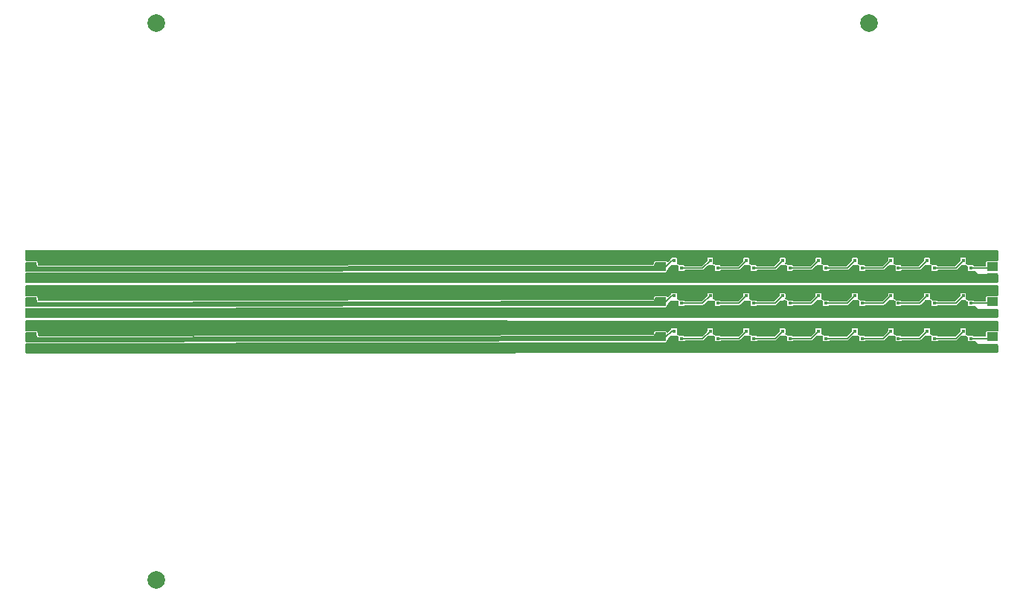
<source format=gtl>
G04 #@! TF.GenerationSoftware,KiCad,Pcbnew,7.0.2-6a45011f42~172~ubuntu22.04.1*
G04 #@! TF.CreationDate,2023-07-03T14:39:39+08:00*
G04 #@! TF.ProjectId,panel_3_1,70616e65-6c5f-4335-9f31-2e6b69636164,rev?*
G04 #@! TF.SameCoordinates,Original*
G04 #@! TF.FileFunction,Copper,L1,Top*
G04 #@! TF.FilePolarity,Positive*
%FSLAX46Y46*%
G04 Gerber Fmt 4.6, Leading zero omitted, Abs format (unit mm)*
G04 Created by KiCad (PCBNEW 7.0.2-6a45011f42~172~ubuntu22.04.1) date 2023-07-03 14:39:39*
%MOMM*%
%LPD*%
G01*
G04 APERTURE LIST*
G04 #@! TA.AperFunction,ComponentPad*
%ADD10R,1.200000X1.000000*%
G04 #@! TD*
G04 #@! TA.AperFunction,SMDPad,CuDef*
%ADD11R,0.450000X0.450000*%
G04 #@! TD*
G04 #@! TA.AperFunction,SMDPad,CuDef*
%ADD12C,2.000000*%
G04 #@! TD*
G04 #@! TA.AperFunction,Conductor*
%ADD13C,0.200000*%
G04 #@! TD*
G04 APERTURE END LIST*
D10*
G04 #@! TO.P,J8,1,Pin_1*
G04 #@! TO.N,Board_2-GND*
X788163Y-37675000D03*
G04 #@! TD*
G04 #@! TO.P,J6,1,Pin_1*
G04 #@! TO.N,Board_0-GND*
X110140000Y-29675000D03*
G04 #@! TD*
D11*
G04 #@! TO.P,U2,1,DOUT*
G04 #@! TO.N,Board_2-Net-(U2-DOUT)*
X78884299Y-39195000D03*
G04 #@! TO.P,U2,2,VDD*
G04 #@! TO.N,Board_2-+3V3*
X78034299Y-39195000D03*
G04 #@! TO.P,U2,3,GND*
G04 #@! TO.N,Board_2-GND*
X78884299Y-38345000D03*
G04 #@! TO.P,U2,4,DIN*
G04 #@! TO.N,Board_2-Net-(U1-DOUT)*
X78034299Y-38345000D03*
G04 #@! TD*
D10*
G04 #@! TO.P,J4,1,Pin_1*
G04 #@! TO.N,Board_0-LED_OUT*
X110140000Y-31000000D03*
G04 #@! TD*
G04 #@! TO.P,J5,1,Pin_1*
G04 #@! TO.N,Board_1-+3V3*
X110140000Y-36325000D03*
G04 #@! TD*
G04 #@! TO.P,J1,1,Pin_1*
G04 #@! TO.N,Board_2-+3V3*
X72370000Y-40330000D03*
G04 #@! TD*
G04 #@! TO.P,J6,1,Pin_1*
G04 #@! TO.N,Board_2-GND*
X110140000Y-37675000D03*
G04 #@! TD*
G04 #@! TO.P,J3,1,Pin_1*
G04 #@! TO.N,Board_0-LED_DATA*
X72370000Y-31005000D03*
G04 #@! TD*
D11*
G04 #@! TO.P,U9,1,DOUT*
G04 #@! TO.N,Board_1-LED_OUT*
X107680000Y-35195000D03*
G04 #@! TO.P,U9,2,VDD*
G04 #@! TO.N,Board_1-+3V3*
X106830000Y-35195000D03*
G04 #@! TO.P,U9,3,GND*
G04 #@! TO.N,Board_1-GND*
X107680000Y-34345000D03*
G04 #@! TO.P,U9,4,DIN*
G04 #@! TO.N,Board_1-Net-(U8-DOUT)*
X106830000Y-34345000D03*
G04 #@! TD*
G04 #@! TO.P,U6,1,DOUT*
G04 #@! TO.N,Board_1-Net-(U6-DOUT)*
X95338983Y-35195000D03*
G04 #@! TO.P,U6,2,VDD*
G04 #@! TO.N,Board_1-+3V3*
X94488983Y-35195000D03*
G04 #@! TO.P,U6,3,GND*
G04 #@! TO.N,Board_1-GND*
X95338983Y-34345000D03*
G04 #@! TO.P,U6,4,DIN*
G04 #@! TO.N,Board_1-Net-(U5-DOUT)*
X94488983Y-34345000D03*
G04 #@! TD*
D10*
G04 #@! TO.P,J8,1,Pin_1*
G04 #@! TO.N,Board_0-GND*
X788163Y-29675000D03*
G04 #@! TD*
D11*
G04 #@! TO.P,U2,1,DOUT*
G04 #@! TO.N,Board_1-Net-(U2-DOUT)*
X78884299Y-35195000D03*
G04 #@! TO.P,U2,2,VDD*
G04 #@! TO.N,Board_1-+3V3*
X78034299Y-35195000D03*
G04 #@! TO.P,U2,3,GND*
G04 #@! TO.N,Board_1-GND*
X78884299Y-34345000D03*
G04 #@! TO.P,U2,4,DIN*
G04 #@! TO.N,Board_1-Net-(U1-DOUT)*
X78034299Y-34345000D03*
G04 #@! TD*
G04 #@! TO.P,U7,1,DOUT*
G04 #@! TO.N,Board_0-Net-(U7-DOUT)*
X99452654Y-31195000D03*
G04 #@! TO.P,U7,2,VDD*
G04 #@! TO.N,Board_0-+3V3*
X98602654Y-31195000D03*
G04 #@! TO.P,U7,3,GND*
G04 #@! TO.N,Board_0-GND*
X99452654Y-30345000D03*
G04 #@! TO.P,U7,4,DIN*
G04 #@! TO.N,Board_0-Net-(U6-DOUT)*
X98602654Y-30345000D03*
G04 #@! TD*
D10*
G04 #@! TO.P,J2,1,Pin_1*
G04 #@! TO.N,Board_2-GND*
X72370000Y-37680000D03*
G04 #@! TD*
D11*
G04 #@! TO.P,U9,1,DOUT*
G04 #@! TO.N,Board_0-LED_OUT*
X107680000Y-31195000D03*
G04 #@! TO.P,U9,2,VDD*
G04 #@! TO.N,Board_0-+3V3*
X106830000Y-31195000D03*
G04 #@! TO.P,U9,3,GND*
G04 #@! TO.N,Board_0-GND*
X107680000Y-30345000D03*
G04 #@! TO.P,U9,4,DIN*
G04 #@! TO.N,Board_0-Net-(U8-DOUT)*
X106830000Y-30345000D03*
G04 #@! TD*
G04 #@! TO.P,U3,1,DOUT*
G04 #@! TO.N,Board_2-Net-(U3-DOUT)*
X82997970Y-39195000D03*
G04 #@! TO.P,U3,2,VDD*
G04 #@! TO.N,Board_2-+3V3*
X82147970Y-39195000D03*
G04 #@! TO.P,U3,3,GND*
G04 #@! TO.N,Board_2-GND*
X82997970Y-38345000D03*
G04 #@! TO.P,U3,4,DIN*
G04 #@! TO.N,Board_2-Net-(U2-DOUT)*
X82147970Y-38345000D03*
G04 #@! TD*
G04 #@! TO.P,U8,1,DOUT*
G04 #@! TO.N,Board_0-Net-(U8-DOUT)*
X103566325Y-31195000D03*
G04 #@! TO.P,U8,2,VDD*
G04 #@! TO.N,Board_0-+3V3*
X102716325Y-31195000D03*
G04 #@! TO.P,U8,3,GND*
G04 #@! TO.N,Board_0-GND*
X103566325Y-30345000D03*
G04 #@! TO.P,U8,4,DIN*
G04 #@! TO.N,Board_0-Net-(U7-DOUT)*
X102716325Y-30345000D03*
G04 #@! TD*
G04 #@! TO.P,U6,1,DOUT*
G04 #@! TO.N,Board_2-Net-(U6-DOUT)*
X95338983Y-39195000D03*
G04 #@! TO.P,U6,2,VDD*
G04 #@! TO.N,Board_2-+3V3*
X94488983Y-39195000D03*
G04 #@! TO.P,U6,3,GND*
G04 #@! TO.N,Board_2-GND*
X95338983Y-38345000D03*
G04 #@! TO.P,U6,4,DIN*
G04 #@! TO.N,Board_2-Net-(U5-DOUT)*
X94488983Y-38345000D03*
G04 #@! TD*
G04 #@! TO.P,U4,1,DOUT*
G04 #@! TO.N,Board_2-Net-(U4-DOUT)*
X87111641Y-39195000D03*
G04 #@! TO.P,U4,2,VDD*
G04 #@! TO.N,Board_2-+3V3*
X86261641Y-39195000D03*
G04 #@! TO.P,U4,3,GND*
G04 #@! TO.N,Board_2-GND*
X87111641Y-38345000D03*
G04 #@! TO.P,U4,4,DIN*
G04 #@! TO.N,Board_2-Net-(U3-DOUT)*
X86261641Y-38345000D03*
G04 #@! TD*
D10*
G04 #@! TO.P,J7,1,Pin_1*
G04 #@! TO.N,Board_2-+3V3*
X783163Y-40325000D03*
G04 #@! TD*
G04 #@! TO.P,J1,1,Pin_1*
G04 #@! TO.N,Board_1-+3V3*
X72370000Y-36330000D03*
G04 #@! TD*
D11*
G04 #@! TO.P,U5,1,DOUT*
G04 #@! TO.N,Board_0-Net-(U5-DOUT)*
X91225312Y-31195000D03*
G04 #@! TO.P,U5,2,VDD*
G04 #@! TO.N,Board_0-+3V3*
X90375312Y-31195000D03*
G04 #@! TO.P,U5,3,GND*
G04 #@! TO.N,Board_0-GND*
X91225312Y-30345000D03*
G04 #@! TO.P,U5,4,DIN*
G04 #@! TO.N,Board_0-Net-(U4-DOUT)*
X90375312Y-30345000D03*
G04 #@! TD*
D10*
G04 #@! TO.P,J9,1,Pin_1*
G04 #@! TO.N,Board_2-LED_DATA*
X788163Y-39000000D03*
G04 #@! TD*
G04 #@! TO.P,J7,1,Pin_1*
G04 #@! TO.N,Board_1-+3V3*
X783163Y-36325000D03*
G04 #@! TD*
G04 #@! TO.P,J2,1,Pin_1*
G04 #@! TO.N,Board_1-GND*
X72370000Y-33680000D03*
G04 #@! TD*
G04 #@! TO.P,J4,1,Pin_1*
G04 #@! TO.N,Board_2-LED_OUT*
X110140000Y-39000000D03*
G04 #@! TD*
D11*
G04 #@! TO.P,U1,1,DOUT*
G04 #@! TO.N,Board_1-Net-(U1-DOUT)*
X74770628Y-35195000D03*
G04 #@! TO.P,U1,2,VDD*
G04 #@! TO.N,Board_1-+3V3*
X73920628Y-35195000D03*
G04 #@! TO.P,U1,3,GND*
G04 #@! TO.N,Board_1-GND*
X74770628Y-34345000D03*
G04 #@! TO.P,U1,4,DIN*
G04 #@! TO.N,Board_1-LED_DATA*
X73920628Y-34345000D03*
G04 #@! TD*
G04 #@! TO.P,U3,1,DOUT*
G04 #@! TO.N,Board_1-Net-(U3-DOUT)*
X82997970Y-35195000D03*
G04 #@! TO.P,U3,2,VDD*
G04 #@! TO.N,Board_1-+3V3*
X82147970Y-35195000D03*
G04 #@! TO.P,U3,3,GND*
G04 #@! TO.N,Board_1-GND*
X82997970Y-34345000D03*
G04 #@! TO.P,U3,4,DIN*
G04 #@! TO.N,Board_1-Net-(U2-DOUT)*
X82147970Y-34345000D03*
G04 #@! TD*
G04 #@! TO.P,U8,1,DOUT*
G04 #@! TO.N,Board_1-Net-(U8-DOUT)*
X103566325Y-35195000D03*
G04 #@! TO.P,U8,2,VDD*
G04 #@! TO.N,Board_1-+3V3*
X102716325Y-35195000D03*
G04 #@! TO.P,U8,3,GND*
G04 #@! TO.N,Board_1-GND*
X103566325Y-34345000D03*
G04 #@! TO.P,U8,4,DIN*
G04 #@! TO.N,Board_1-Net-(U7-DOUT)*
X102716325Y-34345000D03*
G04 #@! TD*
D10*
G04 #@! TO.P,J9,1,Pin_1*
G04 #@! TO.N,Board_1-LED_DATA*
X788163Y-35000000D03*
G04 #@! TD*
D12*
G04 #@! TO.P,REF\u002A\u002A,*
G04 #@! TO.N,*
X96090000Y-3350000D03*
G04 #@! TD*
D11*
G04 #@! TO.P,U7,1,DOUT*
G04 #@! TO.N,Board_1-Net-(U7-DOUT)*
X99452654Y-35195000D03*
G04 #@! TO.P,U7,2,VDD*
G04 #@! TO.N,Board_1-+3V3*
X98602654Y-35195000D03*
G04 #@! TO.P,U7,3,GND*
G04 #@! TO.N,Board_1-GND*
X99452654Y-34345000D03*
G04 #@! TO.P,U7,4,DIN*
G04 #@! TO.N,Board_1-Net-(U6-DOUT)*
X98602654Y-34345000D03*
G04 #@! TD*
G04 #@! TO.P,U6,1,DOUT*
G04 #@! TO.N,Board_0-Net-(U6-DOUT)*
X95338983Y-31195000D03*
G04 #@! TO.P,U6,2,VDD*
G04 #@! TO.N,Board_0-+3V3*
X94488983Y-31195000D03*
G04 #@! TO.P,U6,3,GND*
G04 #@! TO.N,Board_0-GND*
X95338983Y-30345000D03*
G04 #@! TO.P,U6,4,DIN*
G04 #@! TO.N,Board_0-Net-(U5-DOUT)*
X94488983Y-30345000D03*
G04 #@! TD*
D10*
G04 #@! TO.P,J3,1,Pin_1*
G04 #@! TO.N,Board_2-LED_DATA*
X72370000Y-39005000D03*
G04 #@! TD*
D11*
G04 #@! TO.P,U7,1,DOUT*
G04 #@! TO.N,Board_2-Net-(U7-DOUT)*
X99452654Y-39195000D03*
G04 #@! TO.P,U7,2,VDD*
G04 #@! TO.N,Board_2-+3V3*
X98602654Y-39195000D03*
G04 #@! TO.P,U7,3,GND*
G04 #@! TO.N,Board_2-GND*
X99452654Y-38345000D03*
G04 #@! TO.P,U7,4,DIN*
G04 #@! TO.N,Board_2-Net-(U6-DOUT)*
X98602654Y-38345000D03*
G04 #@! TD*
G04 #@! TO.P,U2,1,DOUT*
G04 #@! TO.N,Board_0-Net-(U2-DOUT)*
X78884299Y-31195000D03*
G04 #@! TO.P,U2,2,VDD*
G04 #@! TO.N,Board_0-+3V3*
X78034299Y-31195000D03*
G04 #@! TO.P,U2,3,GND*
G04 #@! TO.N,Board_0-GND*
X78884299Y-30345000D03*
G04 #@! TO.P,U2,4,DIN*
G04 #@! TO.N,Board_0-Net-(U1-DOUT)*
X78034299Y-30345000D03*
G04 #@! TD*
D10*
G04 #@! TO.P,J5,1,Pin_1*
G04 #@! TO.N,Board_0-+3V3*
X110140000Y-32325000D03*
G04 #@! TD*
D11*
G04 #@! TO.P,U8,1,DOUT*
G04 #@! TO.N,Board_2-Net-(U8-DOUT)*
X103566325Y-39195000D03*
G04 #@! TO.P,U8,2,VDD*
G04 #@! TO.N,Board_2-+3V3*
X102716325Y-39195000D03*
G04 #@! TO.P,U8,3,GND*
G04 #@! TO.N,Board_2-GND*
X103566325Y-38345000D03*
G04 #@! TO.P,U8,4,DIN*
G04 #@! TO.N,Board_2-Net-(U7-DOUT)*
X102716325Y-38345000D03*
G04 #@! TD*
D10*
G04 #@! TO.P,J6,1,Pin_1*
G04 #@! TO.N,Board_1-GND*
X110140000Y-33675000D03*
G04 #@! TD*
G04 #@! TO.P,J8,1,Pin_1*
G04 #@! TO.N,Board_1-GND*
X788163Y-33675000D03*
G04 #@! TD*
G04 #@! TO.P,J4,1,Pin_1*
G04 #@! TO.N,Board_1-LED_OUT*
X110140000Y-35000000D03*
G04 #@! TD*
G04 #@! TO.P,J9,1,Pin_1*
G04 #@! TO.N,Board_0-LED_DATA*
X788163Y-31000000D03*
G04 #@! TD*
D11*
G04 #@! TO.P,U1,1,DOUT*
G04 #@! TO.N,Board_0-Net-(U1-DOUT)*
X74770628Y-31195000D03*
G04 #@! TO.P,U1,2,VDD*
G04 #@! TO.N,Board_0-+3V3*
X73920628Y-31195000D03*
G04 #@! TO.P,U1,3,GND*
G04 #@! TO.N,Board_0-GND*
X74770628Y-30345000D03*
G04 #@! TO.P,U1,4,DIN*
G04 #@! TO.N,Board_0-LED_DATA*
X73920628Y-30345000D03*
G04 #@! TD*
G04 #@! TO.P,U5,1,DOUT*
G04 #@! TO.N,Board_1-Net-(U5-DOUT)*
X91225312Y-35195000D03*
G04 #@! TO.P,U5,2,VDD*
G04 #@! TO.N,Board_1-+3V3*
X90375312Y-35195000D03*
G04 #@! TO.P,U5,3,GND*
G04 #@! TO.N,Board_1-GND*
X91225312Y-34345000D03*
G04 #@! TO.P,U5,4,DIN*
G04 #@! TO.N,Board_1-Net-(U4-DOUT)*
X90375312Y-34345000D03*
G04 #@! TD*
G04 #@! TO.P,U4,1,DOUT*
G04 #@! TO.N,Board_0-Net-(U4-DOUT)*
X87111641Y-31195000D03*
G04 #@! TO.P,U4,2,VDD*
G04 #@! TO.N,Board_0-+3V3*
X86261641Y-31195000D03*
G04 #@! TO.P,U4,3,GND*
G04 #@! TO.N,Board_0-GND*
X87111641Y-30345000D03*
G04 #@! TO.P,U4,4,DIN*
G04 #@! TO.N,Board_0-Net-(U3-DOUT)*
X86261641Y-30345000D03*
G04 #@! TD*
D10*
G04 #@! TO.P,J7,1,Pin_1*
G04 #@! TO.N,Board_0-+3V3*
X783163Y-32325000D03*
G04 #@! TD*
D11*
G04 #@! TO.P,U4,1,DOUT*
G04 #@! TO.N,Board_1-Net-(U4-DOUT)*
X87111641Y-35195000D03*
G04 #@! TO.P,U4,2,VDD*
G04 #@! TO.N,Board_1-+3V3*
X86261641Y-35195000D03*
G04 #@! TO.P,U4,3,GND*
G04 #@! TO.N,Board_1-GND*
X87111641Y-34345000D03*
G04 #@! TO.P,U4,4,DIN*
G04 #@! TO.N,Board_1-Net-(U3-DOUT)*
X86261641Y-34345000D03*
G04 #@! TD*
G04 #@! TO.P,U3,1,DOUT*
G04 #@! TO.N,Board_0-Net-(U3-DOUT)*
X82997970Y-31195000D03*
G04 #@! TO.P,U3,2,VDD*
G04 #@! TO.N,Board_0-+3V3*
X82147970Y-31195000D03*
G04 #@! TO.P,U3,3,GND*
G04 #@! TO.N,Board_0-GND*
X82997970Y-30345000D03*
G04 #@! TO.P,U3,4,DIN*
G04 #@! TO.N,Board_0-Net-(U2-DOUT)*
X82147970Y-30345000D03*
G04 #@! TD*
G04 #@! TO.P,U9,1,DOUT*
G04 #@! TO.N,Board_2-LED_OUT*
X107680000Y-39195000D03*
G04 #@! TO.P,U9,2,VDD*
G04 #@! TO.N,Board_2-+3V3*
X106830000Y-39195000D03*
G04 #@! TO.P,U9,3,GND*
G04 #@! TO.N,Board_2-GND*
X107680000Y-38345000D03*
G04 #@! TO.P,U9,4,DIN*
G04 #@! TO.N,Board_2-Net-(U8-DOUT)*
X106830000Y-38345000D03*
G04 #@! TD*
G04 #@! TO.P,U1,1,DOUT*
G04 #@! TO.N,Board_2-Net-(U1-DOUT)*
X74770628Y-39195000D03*
G04 #@! TO.P,U1,2,VDD*
G04 #@! TO.N,Board_2-+3V3*
X73920628Y-39195000D03*
G04 #@! TO.P,U1,3,GND*
G04 #@! TO.N,Board_2-GND*
X74770628Y-38345000D03*
G04 #@! TO.P,U1,4,DIN*
G04 #@! TO.N,Board_2-LED_DATA*
X73920628Y-38345000D03*
G04 #@! TD*
D12*
G04 #@! TO.P,REF\u002A\u002A,*
G04 #@! TO.N,*
X15000000Y-3350000D03*
G04 #@! TD*
D10*
G04 #@! TO.P,J3,1,Pin_1*
G04 #@! TO.N,Board_1-LED_DATA*
X72370000Y-35005000D03*
G04 #@! TD*
D11*
G04 #@! TO.P,U5,1,DOUT*
G04 #@! TO.N,Board_2-Net-(U5-DOUT)*
X91225312Y-39195000D03*
G04 #@! TO.P,U5,2,VDD*
G04 #@! TO.N,Board_2-+3V3*
X90375312Y-39195000D03*
G04 #@! TO.P,U5,3,GND*
G04 #@! TO.N,Board_2-GND*
X91225312Y-38345000D03*
G04 #@! TO.P,U5,4,DIN*
G04 #@! TO.N,Board_2-Net-(U4-DOUT)*
X90375312Y-38345000D03*
G04 #@! TD*
D12*
G04 #@! TO.P,REF\u002A\u002A,*
G04 #@! TO.N,*
X15000000Y-66650000D03*
G04 #@! TD*
D10*
G04 #@! TO.P,J1,1,Pin_1*
G04 #@! TO.N,Board_0-+3V3*
X72370000Y-32330000D03*
G04 #@! TD*
G04 #@! TO.P,J2,1,Pin_1*
G04 #@! TO.N,Board_0-GND*
X72370000Y-29680000D03*
G04 #@! TD*
G04 #@! TO.P,J5,1,Pin_1*
G04 #@! TO.N,Board_2-+3V3*
X110140000Y-40325000D03*
G04 #@! TD*
D13*
G04 #@! TO.N,Board_0-LED_DATA*
X73675000Y-30345000D02*
X73920628Y-30345000D01*
X72370000Y-31005000D02*
X73015000Y-31005000D01*
X73015000Y-31005000D02*
X73675000Y-30345000D01*
G04 #@! TO.N,Board_0-LED_OUT*
X109765000Y-31195000D02*
X109960000Y-31000000D01*
X107680000Y-31195000D02*
X109765000Y-31195000D01*
G04 #@! TO.N,Board_0-Net-(U1-DOUT)*
X77184299Y-31195000D02*
X78034299Y-30345000D01*
X74770628Y-31195000D02*
X77184299Y-31195000D01*
G04 #@! TO.N,Board_0-Net-(U2-DOUT)*
X81297970Y-31195000D02*
X82147970Y-30345000D01*
X78884299Y-31195000D02*
X81297970Y-31195000D01*
G04 #@! TO.N,Board_0-Net-(U3-DOUT)*
X82997970Y-31195000D02*
X85411641Y-31195000D01*
X85411641Y-31195000D02*
X86261641Y-30345000D01*
G04 #@! TO.N,Board_0-Net-(U4-DOUT)*
X89525312Y-31195000D02*
X90375312Y-30345000D01*
X87111641Y-31195000D02*
X89525312Y-31195000D01*
G04 #@! TO.N,Board_0-Net-(U5-DOUT)*
X93638983Y-31195000D02*
X94488983Y-30345000D01*
X91225312Y-31195000D02*
X93638983Y-31195000D01*
G04 #@! TO.N,Board_0-Net-(U6-DOUT)*
X95338983Y-31195000D02*
X97752654Y-31195000D01*
X97752654Y-31195000D02*
X98602654Y-30345000D01*
G04 #@! TO.N,Board_0-Net-(U7-DOUT)*
X101866325Y-31195000D02*
X102716325Y-30345000D01*
X99452654Y-31195000D02*
X101866325Y-31195000D01*
G04 #@! TO.N,Board_0-Net-(U8-DOUT)*
X103566325Y-31195000D02*
X105980000Y-31195000D01*
X105980000Y-31195000D02*
X106830000Y-30345000D01*
G04 #@! TO.N,Board_1-LED_DATA*
X72370000Y-35005000D02*
X73015000Y-35005000D01*
X73675000Y-34345000D02*
X73920628Y-34345000D01*
X73015000Y-35005000D02*
X73675000Y-34345000D01*
G04 #@! TO.N,Board_1-LED_OUT*
X107680000Y-35195000D02*
X109765000Y-35195000D01*
X109765000Y-35195000D02*
X109960000Y-35000000D01*
G04 #@! TO.N,Board_1-Net-(U1-DOUT)*
X77184299Y-35195000D02*
X78034299Y-34345000D01*
X74770628Y-35195000D02*
X77184299Y-35195000D01*
G04 #@! TO.N,Board_1-Net-(U2-DOUT)*
X81297970Y-35195000D02*
X82147970Y-34345000D01*
X78884299Y-35195000D02*
X81297970Y-35195000D01*
G04 #@! TO.N,Board_1-Net-(U3-DOUT)*
X85411641Y-35195000D02*
X86261641Y-34345000D01*
X82997970Y-35195000D02*
X85411641Y-35195000D01*
G04 #@! TO.N,Board_1-Net-(U4-DOUT)*
X87111641Y-35195000D02*
X89525312Y-35195000D01*
X89525312Y-35195000D02*
X90375312Y-34345000D01*
G04 #@! TO.N,Board_1-Net-(U5-DOUT)*
X91225312Y-35195000D02*
X93638983Y-35195000D01*
X93638983Y-35195000D02*
X94488983Y-34345000D01*
G04 #@! TO.N,Board_1-Net-(U6-DOUT)*
X95338983Y-35195000D02*
X97752654Y-35195000D01*
X97752654Y-35195000D02*
X98602654Y-34345000D01*
G04 #@! TO.N,Board_1-Net-(U7-DOUT)*
X101866325Y-35195000D02*
X102716325Y-34345000D01*
X99452654Y-35195000D02*
X101866325Y-35195000D01*
G04 #@! TO.N,Board_1-Net-(U8-DOUT)*
X103566325Y-35195000D02*
X105980000Y-35195000D01*
X105980000Y-35195000D02*
X106830000Y-34345000D01*
G04 #@! TO.N,Board_2-LED_DATA*
X73675000Y-38345000D02*
X73920628Y-38345000D01*
X73015000Y-39005000D02*
X73675000Y-38345000D01*
X72370000Y-39005000D02*
X73015000Y-39005000D01*
G04 #@! TO.N,Board_2-LED_OUT*
X109765000Y-39195000D02*
X109960000Y-39000000D01*
X107680000Y-39195000D02*
X109765000Y-39195000D01*
G04 #@! TO.N,Board_2-Net-(U1-DOUT)*
X74770628Y-39195000D02*
X77184299Y-39195000D01*
X77184299Y-39195000D02*
X78034299Y-38345000D01*
G04 #@! TO.N,Board_2-Net-(U2-DOUT)*
X81297970Y-39195000D02*
X82147970Y-38345000D01*
X78884299Y-39195000D02*
X81297970Y-39195000D01*
G04 #@! TO.N,Board_2-Net-(U3-DOUT)*
X85411641Y-39195000D02*
X86261641Y-38345000D01*
X82997970Y-39195000D02*
X85411641Y-39195000D01*
G04 #@! TO.N,Board_2-Net-(U4-DOUT)*
X89525312Y-39195000D02*
X90375312Y-38345000D01*
X87111641Y-39195000D02*
X89525312Y-39195000D01*
G04 #@! TO.N,Board_2-Net-(U5-DOUT)*
X91225312Y-39195000D02*
X93638983Y-39195000D01*
X93638983Y-39195000D02*
X94488983Y-38345000D01*
G04 #@! TO.N,Board_2-Net-(U6-DOUT)*
X97752654Y-39195000D02*
X98602654Y-38345000D01*
X95338983Y-39195000D02*
X97752654Y-39195000D01*
G04 #@! TO.N,Board_2-Net-(U7-DOUT)*
X101866325Y-39195000D02*
X102716325Y-38345000D01*
X99452654Y-39195000D02*
X101866325Y-39195000D01*
G04 #@! TO.N,Board_2-Net-(U8-DOUT)*
X105980000Y-39195000D02*
X106830000Y-38345000D01*
X103566325Y-39195000D02*
X105980000Y-39195000D01*
G04 #@! TD*
G04 #@! TA.AperFunction,Conductor*
G04 #@! TO.N,Board_1-GND*
G36*
X110695517Y-33169949D02*
G01*
X110762548Y-33189661D01*
X110808281Y-33242483D01*
X110819465Y-33294481D01*
X110815252Y-34276032D01*
X110795280Y-34342987D01*
X110742280Y-34388514D01*
X110691253Y-34399500D01*
X109530100Y-34399500D01*
X109500787Y-34405330D01*
X109467542Y-34427543D01*
X109445330Y-34460787D01*
X109439500Y-34490098D01*
X109439500Y-34490100D01*
X109439500Y-34490101D01*
X109439500Y-34738269D01*
X109439501Y-34881600D01*
X109419817Y-34948639D01*
X109367013Y-34994394D01*
X109315501Y-35005600D01*
X108115936Y-35005600D01*
X108048897Y-34985915D01*
X108012833Y-34950489D01*
X107977456Y-34897542D01*
X107944212Y-34875330D01*
X107914901Y-34869500D01*
X107445100Y-34869500D01*
X107423278Y-34873841D01*
X107353687Y-34867611D01*
X107329157Y-34854620D01*
X107239910Y-34793665D01*
X107236979Y-34791723D01*
X107208541Y-34778502D01*
X107156049Y-34732390D01*
X107136820Y-34665218D01*
X107146309Y-34633691D01*
X107144858Y-34633403D01*
X107155373Y-34580535D01*
X107155500Y-34579899D01*
X107155499Y-34110102D01*
X107155498Y-34110098D01*
X107149669Y-34080787D01*
X107127456Y-34047542D01*
X107094212Y-34025330D01*
X107064901Y-34019500D01*
X106595100Y-34019500D01*
X106565787Y-34025330D01*
X106532542Y-34047543D01*
X106510330Y-34080787D01*
X106504499Y-34110098D01*
X106504500Y-34351285D01*
X106484815Y-34418324D01*
X106468181Y-34438966D01*
X105937867Y-34969281D01*
X105876544Y-35002766D01*
X105850186Y-35005600D01*
X104002261Y-35005600D01*
X103935222Y-34985915D01*
X103899158Y-34950489D01*
X103863781Y-34897542D01*
X103830537Y-34875330D01*
X103801226Y-34869500D01*
X103370220Y-34869500D01*
X103303181Y-34849815D01*
X103276532Y-34826732D01*
X103270968Y-34820315D01*
X103263545Y-34811753D01*
X103252464Y-34804636D01*
X103213528Y-34779628D01*
X103146483Y-34759963D01*
X103139434Y-34758952D01*
X103075872Y-34729942D01*
X103038084Y-34671172D01*
X103035436Y-34612018D01*
X103035994Y-34609213D01*
X103041825Y-34579899D01*
X103041824Y-34110102D01*
X103041823Y-34110098D01*
X103035994Y-34080787D01*
X103013781Y-34047542D01*
X102980537Y-34025330D01*
X102951226Y-34019500D01*
X102481425Y-34019500D01*
X102452112Y-34025330D01*
X102418867Y-34047543D01*
X102396655Y-34080787D01*
X102390825Y-34110098D01*
X102390825Y-34351285D01*
X102371140Y-34418324D01*
X102354506Y-34438966D01*
X101824192Y-34969281D01*
X101762869Y-35002766D01*
X101736511Y-35005600D01*
X99888590Y-35005600D01*
X99821551Y-34985915D01*
X99785487Y-34950489D01*
X99750110Y-34897542D01*
X99716866Y-34875330D01*
X99687555Y-34869500D01*
X99255488Y-34869500D01*
X99188449Y-34849815D01*
X99161800Y-34826731D01*
X99149873Y-34812975D01*
X99099855Y-34780851D01*
X99032812Y-34761187D01*
X99025529Y-34760142D01*
X98961966Y-34731133D01*
X98924177Y-34672364D01*
X98921528Y-34613207D01*
X98922322Y-34609214D01*
X98922323Y-34609213D01*
X98928154Y-34579899D01*
X98928153Y-34110102D01*
X98928152Y-34110098D01*
X98922323Y-34080787D01*
X98900110Y-34047542D01*
X98866866Y-34025330D01*
X98837555Y-34019500D01*
X98367754Y-34019500D01*
X98338441Y-34025330D01*
X98305196Y-34047543D01*
X98282984Y-34080787D01*
X98277154Y-34110098D01*
X98277154Y-34351285D01*
X98257469Y-34418324D01*
X98240835Y-34438966D01*
X97710521Y-34969281D01*
X97649198Y-35002766D01*
X97622840Y-35005600D01*
X95774919Y-35005600D01*
X95707880Y-34985915D01*
X95671816Y-34950489D01*
X95636439Y-34897542D01*
X95603195Y-34875330D01*
X95573884Y-34869500D01*
X95140756Y-34869500D01*
X95073717Y-34849815D01*
X95047068Y-34826731D01*
X95036203Y-34814200D01*
X94986186Y-34782075D01*
X94931685Y-34766090D01*
X94919142Y-34762411D01*
X94917297Y-34762146D01*
X94911618Y-34761331D01*
X94848056Y-34732320D01*
X94810269Y-34673550D01*
X94807621Y-34614397D01*
X94808858Y-34608172D01*
X94814483Y-34579899D01*
X94814482Y-34110102D01*
X94814481Y-34110098D01*
X94808652Y-34080787D01*
X94786439Y-34047542D01*
X94753195Y-34025330D01*
X94723884Y-34019500D01*
X94254083Y-34019500D01*
X94224770Y-34025330D01*
X94191525Y-34047543D01*
X94169313Y-34080787D01*
X94163482Y-34110098D01*
X94163482Y-34351285D01*
X94143797Y-34418325D01*
X94127163Y-34438966D01*
X93596850Y-34969281D01*
X93535527Y-35002766D01*
X93509169Y-35005600D01*
X91661248Y-35005600D01*
X91594209Y-34985915D01*
X91558145Y-34950489D01*
X91522768Y-34897542D01*
X91489524Y-34875330D01*
X91460213Y-34869500D01*
X91026025Y-34869500D01*
X90958986Y-34849815D01*
X90932338Y-34826733D01*
X90922530Y-34815422D01*
X90872513Y-34783298D01*
X90805471Y-34763634D01*
X90797713Y-34762521D01*
X90734150Y-34733512D01*
X90696361Y-34674743D01*
X90693713Y-34615587D01*
X90694981Y-34609213D01*
X90700812Y-34579899D01*
X90700811Y-34110102D01*
X90700810Y-34110098D01*
X90694981Y-34080787D01*
X90672768Y-34047542D01*
X90639524Y-34025330D01*
X90610213Y-34019500D01*
X90140412Y-34019500D01*
X90111099Y-34025330D01*
X90077854Y-34047543D01*
X90055642Y-34080787D01*
X90049812Y-34110098D01*
X90049812Y-34351285D01*
X90030127Y-34418324D01*
X90013493Y-34438966D01*
X89483179Y-34969281D01*
X89421856Y-35002766D01*
X89395498Y-35005600D01*
X87547577Y-35005600D01*
X87480538Y-34985915D01*
X87444474Y-34950489D01*
X87409097Y-34897542D01*
X87375853Y-34875330D01*
X87346542Y-34869500D01*
X86911292Y-34869500D01*
X86844253Y-34849815D01*
X86817605Y-34826733D01*
X86816132Y-34825035D01*
X86808859Y-34816646D01*
X86758844Y-34784523D01*
X86758843Y-34784522D01*
X86758842Y-34784522D01*
X86727348Y-34775284D01*
X86691802Y-34764858D01*
X86691798Y-34764857D01*
X86691797Y-34764857D01*
X86683805Y-34763710D01*
X86620242Y-34734701D01*
X86582453Y-34675932D01*
X86579805Y-34616775D01*
X86581308Y-34609214D01*
X86581310Y-34609213D01*
X86587141Y-34579899D01*
X86587140Y-34110102D01*
X86587139Y-34110098D01*
X86581310Y-34080787D01*
X86559097Y-34047542D01*
X86525853Y-34025330D01*
X86496542Y-34019500D01*
X86026741Y-34019500D01*
X85997428Y-34025330D01*
X85964183Y-34047543D01*
X85941971Y-34080787D01*
X85936141Y-34110098D01*
X85936141Y-34351285D01*
X85916456Y-34418324D01*
X85899822Y-34438966D01*
X85369508Y-34969281D01*
X85308185Y-35002766D01*
X85281827Y-35005600D01*
X83433906Y-35005600D01*
X83366867Y-34985915D01*
X83330803Y-34950489D01*
X83295426Y-34897542D01*
X83262182Y-34875330D01*
X83232871Y-34869500D01*
X82796561Y-34869500D01*
X82729522Y-34849815D01*
X82702873Y-34826731D01*
X82695190Y-34817870D01*
X82645173Y-34785747D01*
X82578124Y-34766081D01*
X82569900Y-34764901D01*
X82506337Y-34735893D01*
X82468547Y-34677125D01*
X82465898Y-34617968D01*
X82473343Y-34580535D01*
X82473470Y-34579899D01*
X82473469Y-34110102D01*
X82473468Y-34110098D01*
X82467639Y-34080787D01*
X82445426Y-34047542D01*
X82412182Y-34025330D01*
X82382871Y-34019500D01*
X81913070Y-34019500D01*
X81883757Y-34025330D01*
X81850512Y-34047543D01*
X81828300Y-34080787D01*
X81822469Y-34110098D01*
X81822470Y-34351285D01*
X81802785Y-34418324D01*
X81786151Y-34438966D01*
X81255837Y-34969281D01*
X81194514Y-35002766D01*
X81168156Y-35005600D01*
X79320235Y-35005600D01*
X79253196Y-34985915D01*
X79217132Y-34950489D01*
X79181755Y-34897542D01*
X79148511Y-34875330D01*
X79119200Y-34869500D01*
X78681828Y-34869500D01*
X78614789Y-34849815D01*
X78588141Y-34826733D01*
X78588139Y-34826731D01*
X78581517Y-34819093D01*
X78544678Y-34795433D01*
X78531499Y-34786969D01*
X78491114Y-34775124D01*
X78464458Y-34767306D01*
X78464454Y-34767305D01*
X78464453Y-34767305D01*
X78455987Y-34766090D01*
X78392425Y-34737079D01*
X78354638Y-34678309D01*
X78351990Y-34619156D01*
X78353968Y-34609213D01*
X78359799Y-34579899D01*
X78359798Y-34110102D01*
X78359797Y-34110098D01*
X78353968Y-34080787D01*
X78331755Y-34047542D01*
X78298511Y-34025330D01*
X78269200Y-34019500D01*
X77799399Y-34019500D01*
X77770086Y-34025330D01*
X77736841Y-34047543D01*
X77714629Y-34080787D01*
X77708799Y-34110098D01*
X77708799Y-34351285D01*
X77689114Y-34418324D01*
X77672480Y-34438966D01*
X77142166Y-34969281D01*
X77080843Y-35002766D01*
X77054485Y-35005600D01*
X75206564Y-35005600D01*
X75139525Y-34985915D01*
X75103461Y-34950489D01*
X75068084Y-34897542D01*
X75034840Y-34875330D01*
X75005529Y-34869500D01*
X74567096Y-34869500D01*
X74500057Y-34849815D01*
X74473407Y-34826731D01*
X74467844Y-34820315D01*
X74417830Y-34788194D01*
X74350785Y-34768528D01*
X74342080Y-34767279D01*
X74278518Y-34738269D01*
X74240730Y-34679499D01*
X74238082Y-34620344D01*
X74240295Y-34609215D01*
X74240297Y-34609213D01*
X74246128Y-34579899D01*
X74246127Y-34110102D01*
X74246126Y-34110098D01*
X74240297Y-34080787D01*
X74218084Y-34047542D01*
X74184840Y-34025330D01*
X74155529Y-34019500D01*
X73685728Y-34019500D01*
X73656415Y-34025330D01*
X73623170Y-34047543D01*
X73600958Y-34080787D01*
X73592745Y-34122079D01*
X73590440Y-34121620D01*
X73575443Y-34172697D01*
X73558793Y-34193356D01*
X73553506Y-34198641D01*
X73543157Y-34207887D01*
X73518377Y-34227649D01*
X73503423Y-34248723D01*
X73260305Y-34491841D01*
X73198982Y-34525326D01*
X73129290Y-34520342D01*
X73073357Y-34478470D01*
X73069521Y-34473049D01*
X73061328Y-34460787D01*
X73042457Y-34432543D01*
X73034973Y-34427542D01*
X73009212Y-34410330D01*
X72979901Y-34404500D01*
X71760100Y-34404500D01*
X71730787Y-34410330D01*
X71697542Y-34432543D01*
X71675330Y-34465787D01*
X71669500Y-34495098D01*
X71669500Y-34495627D01*
X71668244Y-34501410D01*
X71667117Y-34507079D01*
X71667018Y-34507059D01*
X71658339Y-34547041D01*
X71645811Y-34574536D01*
X71600128Y-34730619D01*
X71562405Y-34789429D01*
X71498874Y-34818510D01*
X71481329Y-34819787D01*
X1674381Y-34936847D01*
X1607309Y-34917275D01*
X1561465Y-34864548D01*
X1552226Y-34835318D01*
X1505623Y-34582406D01*
X1502491Y-34569811D01*
X1494396Y-34544126D01*
X1488662Y-34506854D01*
X1488662Y-34490100D01*
X1482832Y-34460787D01*
X1468252Y-34438966D01*
X1460620Y-34427543D01*
X1453064Y-34422494D01*
X1427375Y-34405330D01*
X1398064Y-34399500D01*
X1398062Y-34399500D01*
X1323567Y-34399500D01*
X1305923Y-34398238D01*
X1279925Y-34394500D01*
X226066Y-34394500D01*
X223530Y-34394766D01*
X155680Y-34378651D01*
X107222Y-34328316D01*
X93163Y-34270967D01*
X93163Y-33249050D01*
X112848Y-33182011D01*
X165652Y-33136256D01*
X217211Y-33125050D01*
X110695517Y-33169949D01*
G37*
G04 #@! TD.AperFunction*
G04 #@! TD*
G04 #@! TA.AperFunction,Conductor*
G04 #@! TO.N,Board_2-GND*
G36*
X110695517Y-37169949D02*
G01*
X110762548Y-37189661D01*
X110808281Y-37242483D01*
X110819465Y-37294481D01*
X110815252Y-38276032D01*
X110795280Y-38342987D01*
X110742280Y-38388514D01*
X110691253Y-38399500D01*
X109530100Y-38399500D01*
X109500787Y-38405330D01*
X109467542Y-38427543D01*
X109445330Y-38460787D01*
X109439500Y-38490098D01*
X109439500Y-38490100D01*
X109439500Y-38490101D01*
X109439500Y-38738269D01*
X109439501Y-38881600D01*
X109419817Y-38948639D01*
X109367013Y-38994394D01*
X109315501Y-39005600D01*
X108115936Y-39005600D01*
X108048897Y-38985915D01*
X108012833Y-38950489D01*
X107977456Y-38897542D01*
X107944212Y-38875330D01*
X107914901Y-38869500D01*
X107445100Y-38869500D01*
X107423278Y-38873841D01*
X107353687Y-38867611D01*
X107329157Y-38854620D01*
X107239910Y-38793665D01*
X107236979Y-38791723D01*
X107208541Y-38778502D01*
X107156049Y-38732390D01*
X107136820Y-38665218D01*
X107146309Y-38633691D01*
X107144858Y-38633403D01*
X107155373Y-38580535D01*
X107155500Y-38579899D01*
X107155499Y-38110102D01*
X107155498Y-38110098D01*
X107149669Y-38080787D01*
X107127456Y-38047542D01*
X107094212Y-38025330D01*
X107064901Y-38019500D01*
X106595100Y-38019500D01*
X106565787Y-38025330D01*
X106532542Y-38047543D01*
X106510330Y-38080787D01*
X106504499Y-38110098D01*
X106504500Y-38351285D01*
X106484815Y-38418324D01*
X106468181Y-38438966D01*
X105937867Y-38969281D01*
X105876544Y-39002766D01*
X105850186Y-39005600D01*
X104002261Y-39005600D01*
X103935222Y-38985915D01*
X103899158Y-38950489D01*
X103863781Y-38897542D01*
X103830537Y-38875330D01*
X103801226Y-38869500D01*
X103370220Y-38869500D01*
X103303181Y-38849815D01*
X103276532Y-38826732D01*
X103270968Y-38820315D01*
X103263545Y-38811753D01*
X103252464Y-38804636D01*
X103213528Y-38779628D01*
X103146483Y-38759963D01*
X103139434Y-38758952D01*
X103075872Y-38729942D01*
X103038084Y-38671172D01*
X103035436Y-38612018D01*
X103035994Y-38609213D01*
X103041825Y-38579899D01*
X103041824Y-38110102D01*
X103041823Y-38110098D01*
X103035994Y-38080787D01*
X103013781Y-38047542D01*
X102980537Y-38025330D01*
X102951226Y-38019500D01*
X102481425Y-38019500D01*
X102452112Y-38025330D01*
X102418867Y-38047543D01*
X102396655Y-38080787D01*
X102390825Y-38110098D01*
X102390825Y-38351285D01*
X102371140Y-38418324D01*
X102354506Y-38438966D01*
X101824192Y-38969281D01*
X101762869Y-39002766D01*
X101736511Y-39005600D01*
X99888590Y-39005600D01*
X99821551Y-38985915D01*
X99785487Y-38950489D01*
X99750110Y-38897542D01*
X99716866Y-38875330D01*
X99687555Y-38869500D01*
X99255488Y-38869500D01*
X99188449Y-38849815D01*
X99161800Y-38826731D01*
X99149873Y-38812975D01*
X99099855Y-38780851D01*
X99032812Y-38761187D01*
X99025529Y-38760142D01*
X98961966Y-38731133D01*
X98924177Y-38672364D01*
X98921528Y-38613207D01*
X98922322Y-38609214D01*
X98922323Y-38609213D01*
X98928154Y-38579899D01*
X98928153Y-38110102D01*
X98928152Y-38110098D01*
X98922323Y-38080787D01*
X98900110Y-38047542D01*
X98866866Y-38025330D01*
X98837555Y-38019500D01*
X98367754Y-38019500D01*
X98338441Y-38025330D01*
X98305196Y-38047543D01*
X98282984Y-38080787D01*
X98277154Y-38110098D01*
X98277154Y-38351285D01*
X98257469Y-38418324D01*
X98240835Y-38438966D01*
X97710521Y-38969281D01*
X97649198Y-39002766D01*
X97622840Y-39005600D01*
X95774919Y-39005600D01*
X95707880Y-38985915D01*
X95671816Y-38950489D01*
X95636439Y-38897542D01*
X95603195Y-38875330D01*
X95573884Y-38869500D01*
X95140756Y-38869500D01*
X95073717Y-38849815D01*
X95047068Y-38826731D01*
X95036203Y-38814200D01*
X94986186Y-38782075D01*
X94931685Y-38766090D01*
X94919142Y-38762411D01*
X94917297Y-38762146D01*
X94911618Y-38761331D01*
X94848056Y-38732320D01*
X94810269Y-38673550D01*
X94807621Y-38614397D01*
X94808858Y-38608172D01*
X94814483Y-38579899D01*
X94814482Y-38110102D01*
X94814481Y-38110098D01*
X94808652Y-38080787D01*
X94786439Y-38047542D01*
X94753195Y-38025330D01*
X94723884Y-38019500D01*
X94254083Y-38019500D01*
X94224770Y-38025330D01*
X94191525Y-38047543D01*
X94169313Y-38080787D01*
X94163482Y-38110098D01*
X94163482Y-38351285D01*
X94143797Y-38418325D01*
X94127163Y-38438966D01*
X93596850Y-38969281D01*
X93535527Y-39002766D01*
X93509169Y-39005600D01*
X91661248Y-39005600D01*
X91594209Y-38985915D01*
X91558145Y-38950489D01*
X91522768Y-38897542D01*
X91489524Y-38875330D01*
X91460213Y-38869500D01*
X91026025Y-38869500D01*
X90958986Y-38849815D01*
X90932338Y-38826733D01*
X90922530Y-38815422D01*
X90872513Y-38783298D01*
X90805471Y-38763634D01*
X90797713Y-38762521D01*
X90734150Y-38733512D01*
X90696361Y-38674743D01*
X90693713Y-38615587D01*
X90694981Y-38609213D01*
X90700812Y-38579899D01*
X90700811Y-38110102D01*
X90700810Y-38110098D01*
X90694981Y-38080787D01*
X90672768Y-38047542D01*
X90639524Y-38025330D01*
X90610213Y-38019500D01*
X90140412Y-38019500D01*
X90111099Y-38025330D01*
X90077854Y-38047543D01*
X90055642Y-38080787D01*
X90049812Y-38110098D01*
X90049812Y-38351285D01*
X90030127Y-38418324D01*
X90013493Y-38438966D01*
X89483179Y-38969281D01*
X89421856Y-39002766D01*
X89395498Y-39005600D01*
X87547577Y-39005600D01*
X87480538Y-38985915D01*
X87444474Y-38950489D01*
X87409097Y-38897542D01*
X87375853Y-38875330D01*
X87346542Y-38869500D01*
X86911292Y-38869500D01*
X86844253Y-38849815D01*
X86817605Y-38826733D01*
X86816132Y-38825035D01*
X86808859Y-38816646D01*
X86758844Y-38784523D01*
X86758843Y-38784522D01*
X86758842Y-38784522D01*
X86727348Y-38775284D01*
X86691802Y-38764858D01*
X86691798Y-38764857D01*
X86691797Y-38764857D01*
X86683805Y-38763710D01*
X86620242Y-38734701D01*
X86582453Y-38675932D01*
X86579805Y-38616775D01*
X86581308Y-38609214D01*
X86581310Y-38609213D01*
X86587141Y-38579899D01*
X86587140Y-38110102D01*
X86587139Y-38110098D01*
X86581310Y-38080787D01*
X86559097Y-38047542D01*
X86525853Y-38025330D01*
X86496542Y-38019500D01*
X86026741Y-38019500D01*
X85997428Y-38025330D01*
X85964183Y-38047543D01*
X85941971Y-38080787D01*
X85936141Y-38110098D01*
X85936141Y-38351285D01*
X85916456Y-38418324D01*
X85899822Y-38438966D01*
X85369508Y-38969281D01*
X85308185Y-39002766D01*
X85281827Y-39005600D01*
X83433906Y-39005600D01*
X83366867Y-38985915D01*
X83330803Y-38950489D01*
X83295426Y-38897542D01*
X83262182Y-38875330D01*
X83232871Y-38869500D01*
X82796561Y-38869500D01*
X82729522Y-38849815D01*
X82702873Y-38826731D01*
X82695190Y-38817870D01*
X82645173Y-38785747D01*
X82578124Y-38766081D01*
X82569900Y-38764901D01*
X82506337Y-38735893D01*
X82468547Y-38677125D01*
X82465898Y-38617968D01*
X82473343Y-38580535D01*
X82473470Y-38579899D01*
X82473469Y-38110102D01*
X82473468Y-38110098D01*
X82467639Y-38080787D01*
X82445426Y-38047542D01*
X82412182Y-38025330D01*
X82382871Y-38019500D01*
X81913070Y-38019500D01*
X81883757Y-38025330D01*
X81850512Y-38047543D01*
X81828300Y-38080787D01*
X81822469Y-38110098D01*
X81822470Y-38351285D01*
X81802785Y-38418324D01*
X81786151Y-38438966D01*
X81255837Y-38969281D01*
X81194514Y-39002766D01*
X81168156Y-39005600D01*
X79320235Y-39005600D01*
X79253196Y-38985915D01*
X79217132Y-38950489D01*
X79181755Y-38897542D01*
X79148511Y-38875330D01*
X79119200Y-38869500D01*
X78681828Y-38869500D01*
X78614789Y-38849815D01*
X78588141Y-38826733D01*
X78588139Y-38826731D01*
X78581517Y-38819093D01*
X78544678Y-38795433D01*
X78531499Y-38786969D01*
X78491114Y-38775124D01*
X78464458Y-38767306D01*
X78464454Y-38767305D01*
X78464453Y-38767305D01*
X78455987Y-38766090D01*
X78392425Y-38737079D01*
X78354638Y-38678309D01*
X78351990Y-38619156D01*
X78353968Y-38609213D01*
X78359799Y-38579899D01*
X78359798Y-38110102D01*
X78359797Y-38110098D01*
X78353968Y-38080787D01*
X78331755Y-38047542D01*
X78298511Y-38025330D01*
X78269200Y-38019500D01*
X77799399Y-38019500D01*
X77770086Y-38025330D01*
X77736841Y-38047543D01*
X77714629Y-38080787D01*
X77708799Y-38110098D01*
X77708799Y-38351285D01*
X77689114Y-38418324D01*
X77672480Y-38438966D01*
X77142166Y-38969281D01*
X77080843Y-39002766D01*
X77054485Y-39005600D01*
X75206564Y-39005600D01*
X75139525Y-38985915D01*
X75103461Y-38950489D01*
X75068084Y-38897542D01*
X75034840Y-38875330D01*
X75005529Y-38869500D01*
X74567096Y-38869500D01*
X74500057Y-38849815D01*
X74473407Y-38826731D01*
X74467844Y-38820315D01*
X74417830Y-38788194D01*
X74350785Y-38768528D01*
X74342080Y-38767279D01*
X74278518Y-38738269D01*
X74240730Y-38679499D01*
X74238082Y-38620344D01*
X74240295Y-38609215D01*
X74240297Y-38609213D01*
X74246128Y-38579899D01*
X74246127Y-38110102D01*
X74246126Y-38110098D01*
X74240297Y-38080787D01*
X74218084Y-38047542D01*
X74184840Y-38025330D01*
X74155529Y-38019500D01*
X73685728Y-38019500D01*
X73656415Y-38025330D01*
X73623170Y-38047543D01*
X73600958Y-38080787D01*
X73592745Y-38122079D01*
X73590440Y-38121620D01*
X73575443Y-38172697D01*
X73558793Y-38193356D01*
X73553506Y-38198641D01*
X73543157Y-38207887D01*
X73518377Y-38227649D01*
X73503423Y-38248723D01*
X73260305Y-38491841D01*
X73198982Y-38525326D01*
X73129290Y-38520342D01*
X73073357Y-38478470D01*
X73069521Y-38473049D01*
X73061328Y-38460787D01*
X73042457Y-38432543D01*
X73034973Y-38427542D01*
X73009212Y-38410330D01*
X72979901Y-38404500D01*
X71760100Y-38404500D01*
X71730787Y-38410330D01*
X71697542Y-38432543D01*
X71675330Y-38465787D01*
X71669500Y-38495098D01*
X71669500Y-38495627D01*
X71668244Y-38501410D01*
X71667117Y-38507079D01*
X71667018Y-38507059D01*
X71658339Y-38547041D01*
X71645811Y-38574536D01*
X71600128Y-38730619D01*
X71562405Y-38789429D01*
X71498874Y-38818510D01*
X71481329Y-38819787D01*
X1674381Y-38936847D01*
X1607309Y-38917275D01*
X1561465Y-38864548D01*
X1552226Y-38835318D01*
X1505623Y-38582406D01*
X1502491Y-38569811D01*
X1494396Y-38544126D01*
X1488662Y-38506854D01*
X1488662Y-38490100D01*
X1482832Y-38460787D01*
X1468252Y-38438966D01*
X1460620Y-38427543D01*
X1453064Y-38422494D01*
X1427375Y-38405330D01*
X1398064Y-38399500D01*
X1398062Y-38399500D01*
X1323567Y-38399500D01*
X1305923Y-38398238D01*
X1279925Y-38394500D01*
X226066Y-38394500D01*
X223530Y-38394766D01*
X155680Y-38378651D01*
X107222Y-38328316D01*
X93163Y-38270967D01*
X93163Y-37249050D01*
X112848Y-37182011D01*
X165652Y-37136256D01*
X217211Y-37125050D01*
X110695517Y-37169949D01*
G37*
G04 #@! TD.AperFunction*
G04 #@! TD*
G04 #@! TA.AperFunction,Conductor*
G04 #@! TO.N,Board_2-+3V3*
G36*
X107178716Y-38879676D02*
G01*
X107181646Y-38881617D01*
X107300443Y-38962767D01*
X107344697Y-39016835D01*
X107354500Y-39065158D01*
X107354500Y-39429899D01*
X107360330Y-39459212D01*
X107360331Y-39459213D01*
X107382543Y-39492457D01*
X107415787Y-39514669D01*
X107445101Y-39520500D01*
X107914898Y-39520499D01*
X107914899Y-39520499D01*
X107924669Y-39518555D01*
X107944213Y-39514669D01*
X107957549Y-39505758D01*
X108024225Y-39484882D01*
X108091605Y-39503367D01*
X108096380Y-39506471D01*
X108569998Y-39829999D01*
X108570000Y-39830000D01*
X110686557Y-39839448D01*
X110753504Y-39859432D01*
X110799023Y-39912440D01*
X110810000Y-39963447D01*
X110810000Y-40716061D01*
X110790315Y-40783100D01*
X110737511Y-40828855D01*
X110686062Y-40840061D01*
X217224Y-40894938D01*
X150174Y-40875287D01*
X104393Y-40822505D01*
X93163Y-40770942D01*
X93163Y-39854288D01*
X112847Y-39787253D01*
X165651Y-39741498D01*
X216954Y-39730292D01*
X218650Y-39730289D01*
X218656Y-39730290D01*
X47552859Y-39651047D01*
X72973163Y-39665000D01*
X73014123Y-39606520D01*
X73039859Y-39581344D01*
X73042455Y-39577458D01*
X73042457Y-39577457D01*
X73064669Y-39544213D01*
X73064669Y-39544211D01*
X73072143Y-39533026D01*
X73082368Y-39509087D01*
X73492990Y-38922838D01*
X73547570Y-38879225D01*
X73594509Y-38869980D01*
X74321093Y-38869764D01*
X74388136Y-38889429D01*
X74433907Y-38942219D01*
X74445128Y-38993764D01*
X74445128Y-39429899D01*
X74450958Y-39459212D01*
X74450959Y-39459213D01*
X74473171Y-39492457D01*
X74506415Y-39514669D01*
X74535729Y-39520500D01*
X75005526Y-39520499D01*
X75005527Y-39520499D01*
X75033684Y-39514899D01*
X75034841Y-39514669D01*
X75068085Y-39492457D01*
X75090297Y-39459213D01*
X75090297Y-39459211D01*
X75103461Y-39439511D01*
X75157072Y-39394705D01*
X75206564Y-39384400D01*
X77131053Y-39384400D01*
X77156525Y-39388727D01*
X77162546Y-39388048D01*
X77162548Y-39388049D01*
X77188012Y-39385179D01*
X77201896Y-39384400D01*
X77205637Y-39384400D01*
X77205640Y-39384400D01*
X77209297Y-39383565D01*
X77222973Y-39381240D01*
X77248463Y-39378369D01*
X77248465Y-39378367D01*
X77254497Y-39377688D01*
X77263846Y-39373815D01*
X77288629Y-39354051D01*
X77299975Y-39346000D01*
X77303135Y-39344016D01*
X77305781Y-39341369D01*
X77316137Y-39332113D01*
X77336186Y-39316126D01*
X77336187Y-39316122D01*
X77340926Y-39312344D01*
X77355877Y-39291272D01*
X77742113Y-38905036D01*
X77803432Y-38871554D01*
X77829743Y-38868721D01*
X78434765Y-38868541D01*
X78501807Y-38888205D01*
X78547578Y-38940995D01*
X78558799Y-38992540D01*
X78558799Y-39429899D01*
X78564629Y-39459212D01*
X78564630Y-39459213D01*
X78586842Y-39492457D01*
X78620086Y-39514669D01*
X78649400Y-39520500D01*
X79119197Y-39520499D01*
X79119198Y-39520499D01*
X79147355Y-39514899D01*
X79148512Y-39514669D01*
X79181756Y-39492457D01*
X79203968Y-39459213D01*
X79203968Y-39459211D01*
X79217132Y-39439511D01*
X79270743Y-39394705D01*
X79320235Y-39384400D01*
X81244724Y-39384400D01*
X81270196Y-39388727D01*
X81276217Y-39388048D01*
X81276219Y-39388049D01*
X81301683Y-39385179D01*
X81315567Y-39384400D01*
X81319308Y-39384400D01*
X81319311Y-39384400D01*
X81322968Y-39383565D01*
X81336644Y-39381240D01*
X81362134Y-39378369D01*
X81362136Y-39378367D01*
X81368168Y-39377688D01*
X81377517Y-39373815D01*
X81402300Y-39354051D01*
X81413646Y-39346000D01*
X81416806Y-39344016D01*
X81419452Y-39341369D01*
X81429808Y-39332113D01*
X81449857Y-39316126D01*
X81449858Y-39316122D01*
X81454597Y-39312344D01*
X81469548Y-39291272D01*
X81857008Y-38903812D01*
X81918327Y-38870330D01*
X81944637Y-38867497D01*
X82548434Y-38867317D01*
X82615479Y-38886982D01*
X82661249Y-38939772D01*
X82672470Y-38991317D01*
X82672470Y-39429899D01*
X82678300Y-39459212D01*
X82678301Y-39459213D01*
X82700513Y-39492457D01*
X82733757Y-39514669D01*
X82763071Y-39520500D01*
X83232868Y-39520499D01*
X83232869Y-39520499D01*
X83261026Y-39514899D01*
X83262183Y-39514669D01*
X83295427Y-39492457D01*
X83317639Y-39459213D01*
X83317639Y-39459211D01*
X83330803Y-39439511D01*
X83384414Y-39394705D01*
X83433906Y-39384400D01*
X85358395Y-39384400D01*
X85383867Y-39388727D01*
X85389888Y-39388048D01*
X85389890Y-39388049D01*
X85415354Y-39385179D01*
X85429238Y-39384400D01*
X85432979Y-39384400D01*
X85432982Y-39384400D01*
X85436639Y-39383565D01*
X85450315Y-39381240D01*
X85475805Y-39378369D01*
X85475807Y-39378367D01*
X85481839Y-39377688D01*
X85491188Y-39373815D01*
X85515971Y-39354051D01*
X85527317Y-39346000D01*
X85530477Y-39344016D01*
X85533123Y-39341369D01*
X85543479Y-39332113D01*
X85563528Y-39316126D01*
X85563529Y-39316122D01*
X85568268Y-39312344D01*
X85583219Y-39291272D01*
X85971903Y-38902588D01*
X86033222Y-38869106D01*
X86059531Y-38866273D01*
X86662107Y-38866093D01*
X86729149Y-38885758D01*
X86774920Y-38938548D01*
X86786141Y-38990093D01*
X86786141Y-39429899D01*
X86791971Y-39459212D01*
X86791972Y-39459213D01*
X86814184Y-39492457D01*
X86847428Y-39514669D01*
X86876742Y-39520500D01*
X87346539Y-39520499D01*
X87346540Y-39520499D01*
X87374697Y-39514899D01*
X87375854Y-39514669D01*
X87409098Y-39492457D01*
X87431310Y-39459213D01*
X87431310Y-39459211D01*
X87444474Y-39439511D01*
X87498085Y-39394705D01*
X87547577Y-39384400D01*
X89472066Y-39384400D01*
X89497538Y-39388727D01*
X89503559Y-39388048D01*
X89503561Y-39388049D01*
X89529025Y-39385179D01*
X89542909Y-39384400D01*
X89546650Y-39384400D01*
X89546653Y-39384400D01*
X89550310Y-39383565D01*
X89563986Y-39381240D01*
X89589476Y-39378369D01*
X89589478Y-39378367D01*
X89595510Y-39377688D01*
X89604859Y-39373815D01*
X89629642Y-39354051D01*
X89640988Y-39346000D01*
X89644148Y-39344016D01*
X89646794Y-39341369D01*
X89657150Y-39332113D01*
X89677199Y-39316126D01*
X89677200Y-39316122D01*
X89681939Y-39312344D01*
X89696890Y-39291272D01*
X90086798Y-38901364D01*
X90148117Y-38867882D01*
X90174426Y-38865049D01*
X90775779Y-38864870D01*
X90842820Y-38884534D01*
X90888591Y-38937324D01*
X90899812Y-38988869D01*
X90899812Y-39429899D01*
X90905642Y-39459212D01*
X90905643Y-39459213D01*
X90927855Y-39492457D01*
X90961099Y-39514669D01*
X90990413Y-39520500D01*
X91460210Y-39520499D01*
X91460211Y-39520499D01*
X91488368Y-39514899D01*
X91489525Y-39514669D01*
X91522769Y-39492457D01*
X91544981Y-39459213D01*
X91544981Y-39459211D01*
X91558145Y-39439511D01*
X91611756Y-39394705D01*
X91661248Y-39384400D01*
X93585737Y-39384400D01*
X93611209Y-39388727D01*
X93617230Y-39388048D01*
X93617232Y-39388049D01*
X93642696Y-39385179D01*
X93656580Y-39384400D01*
X93660321Y-39384400D01*
X93660324Y-39384400D01*
X93663981Y-39383565D01*
X93677657Y-39381240D01*
X93703147Y-39378369D01*
X93703149Y-39378367D01*
X93709181Y-39377688D01*
X93718530Y-39373815D01*
X93743313Y-39354051D01*
X93754659Y-39346000D01*
X93757819Y-39344016D01*
X93760465Y-39341369D01*
X93770821Y-39332113D01*
X93790870Y-39316126D01*
X93790871Y-39316122D01*
X93795610Y-39312344D01*
X93810561Y-39291272D01*
X94201693Y-38900140D01*
X94263012Y-38866658D01*
X94289320Y-38863825D01*
X94889448Y-38863646D01*
X94956492Y-38883311D01*
X95002262Y-38936101D01*
X95013483Y-38987646D01*
X95013483Y-39429899D01*
X95019313Y-39459212D01*
X95019314Y-39459213D01*
X95041526Y-39492457D01*
X95074770Y-39514669D01*
X95104084Y-39520500D01*
X95573881Y-39520499D01*
X95573882Y-39520499D01*
X95602039Y-39514899D01*
X95603196Y-39514669D01*
X95636440Y-39492457D01*
X95658652Y-39459213D01*
X95658652Y-39459211D01*
X95671816Y-39439511D01*
X95725427Y-39394705D01*
X95774919Y-39384400D01*
X97699408Y-39384400D01*
X97724880Y-39388727D01*
X97730901Y-39388048D01*
X97730903Y-39388049D01*
X97756367Y-39385179D01*
X97770251Y-39384400D01*
X97773992Y-39384400D01*
X97773995Y-39384400D01*
X97777652Y-39383565D01*
X97791328Y-39381240D01*
X97816818Y-39378369D01*
X97816820Y-39378367D01*
X97822852Y-39377688D01*
X97832201Y-39373815D01*
X97856984Y-39354051D01*
X97868330Y-39346000D01*
X97871490Y-39344016D01*
X97874136Y-39341369D01*
X97884492Y-39332113D01*
X97904541Y-39316126D01*
X97904542Y-39316122D01*
X97909281Y-39312344D01*
X97924232Y-39291272D01*
X98316588Y-38898916D01*
X98377907Y-38865434D01*
X98404215Y-38862601D01*
X99003121Y-38862423D01*
X99070162Y-38882087D01*
X99115933Y-38934877D01*
X99127154Y-38986422D01*
X99127154Y-39429899D01*
X99132984Y-39459212D01*
X99132985Y-39459213D01*
X99155197Y-39492457D01*
X99188441Y-39514669D01*
X99217755Y-39520500D01*
X99687552Y-39520499D01*
X99687553Y-39520499D01*
X99715710Y-39514899D01*
X99716867Y-39514669D01*
X99750111Y-39492457D01*
X99772323Y-39459213D01*
X99772323Y-39459211D01*
X99785487Y-39439511D01*
X99839098Y-39394705D01*
X99888590Y-39384400D01*
X101813079Y-39384400D01*
X101838551Y-39388727D01*
X101844572Y-39388048D01*
X101844574Y-39388049D01*
X101870038Y-39385179D01*
X101883922Y-39384400D01*
X101887663Y-39384400D01*
X101887666Y-39384400D01*
X101891323Y-39383565D01*
X101904999Y-39381240D01*
X101930489Y-39378369D01*
X101930491Y-39378367D01*
X101936523Y-39377688D01*
X101945872Y-39373815D01*
X101970655Y-39354051D01*
X101982001Y-39346000D01*
X101985161Y-39344016D01*
X101987807Y-39341369D01*
X101998163Y-39332113D01*
X102018212Y-39316126D01*
X102018213Y-39316122D01*
X102022952Y-39312344D01*
X102037903Y-39291272D01*
X102431483Y-38897692D01*
X102492802Y-38864210D01*
X102519109Y-38861377D01*
X103116790Y-38861199D01*
X103183834Y-38880864D01*
X103229604Y-38933654D01*
X103240825Y-38985199D01*
X103240825Y-39429899D01*
X103246655Y-39459212D01*
X103246656Y-39459213D01*
X103268868Y-39492457D01*
X103302112Y-39514669D01*
X103331426Y-39520500D01*
X103801223Y-39520499D01*
X103801224Y-39520499D01*
X103829381Y-39514899D01*
X103830538Y-39514669D01*
X103863782Y-39492457D01*
X103885994Y-39459213D01*
X103885994Y-39459211D01*
X103899158Y-39439511D01*
X103952769Y-39394705D01*
X104002261Y-39384400D01*
X105926754Y-39384400D01*
X105952226Y-39388727D01*
X105958247Y-39388048D01*
X105958249Y-39388049D01*
X105983713Y-39385179D01*
X105997597Y-39384400D01*
X106001338Y-39384400D01*
X106001341Y-39384400D01*
X106004998Y-39383565D01*
X106018674Y-39381240D01*
X106044164Y-39378369D01*
X106044166Y-39378367D01*
X106050198Y-39377688D01*
X106059547Y-39373815D01*
X106084330Y-39354051D01*
X106095676Y-39346000D01*
X106098836Y-39344016D01*
X106101482Y-39341369D01*
X106111838Y-39332113D01*
X106131887Y-39316126D01*
X106131888Y-39316122D01*
X106136627Y-39312344D01*
X106151578Y-39291272D01*
X106546382Y-38896468D01*
X106607701Y-38862986D01*
X106634008Y-38860153D01*
X107111671Y-38860011D01*
X107178716Y-38879676D01*
G37*
G04 #@! TD.AperFunction*
G04 #@! TD*
G04 #@! TA.AperFunction,Conductor*
G04 #@! TO.N,Board_1-+3V3*
G36*
X107178716Y-34879676D02*
G01*
X107181646Y-34881617D01*
X107300443Y-34962767D01*
X107344697Y-35016835D01*
X107354500Y-35065158D01*
X107354500Y-35429899D01*
X107360330Y-35459212D01*
X107360331Y-35459213D01*
X107382543Y-35492457D01*
X107415787Y-35514669D01*
X107445101Y-35520500D01*
X107914898Y-35520499D01*
X107914899Y-35520499D01*
X107924669Y-35518555D01*
X107944213Y-35514669D01*
X107957549Y-35505758D01*
X108024225Y-35484882D01*
X108091605Y-35503367D01*
X108096380Y-35506471D01*
X108569998Y-35829999D01*
X108570000Y-35830000D01*
X110686557Y-35839448D01*
X110753504Y-35859432D01*
X110799023Y-35912440D01*
X110810000Y-35963447D01*
X110810000Y-36716061D01*
X110790315Y-36783100D01*
X110737511Y-36828855D01*
X110686062Y-36840061D01*
X217224Y-36894938D01*
X150174Y-36875287D01*
X104393Y-36822505D01*
X93163Y-36770942D01*
X93163Y-35854288D01*
X112847Y-35787253D01*
X165651Y-35741498D01*
X216954Y-35730292D01*
X218650Y-35730289D01*
X218656Y-35730290D01*
X47552859Y-35651047D01*
X72973163Y-35665000D01*
X73014123Y-35606520D01*
X73039859Y-35581344D01*
X73042455Y-35577458D01*
X73042457Y-35577457D01*
X73064669Y-35544213D01*
X73064669Y-35544211D01*
X73072143Y-35533026D01*
X73082368Y-35509087D01*
X73492990Y-34922838D01*
X73547570Y-34879225D01*
X73594509Y-34869980D01*
X74321093Y-34869764D01*
X74388136Y-34889429D01*
X74433907Y-34942219D01*
X74445128Y-34993764D01*
X74445128Y-35429899D01*
X74450958Y-35459212D01*
X74450959Y-35459213D01*
X74473171Y-35492457D01*
X74506415Y-35514669D01*
X74535729Y-35520500D01*
X75005526Y-35520499D01*
X75005527Y-35520499D01*
X75033684Y-35514899D01*
X75034841Y-35514669D01*
X75068085Y-35492457D01*
X75090297Y-35459213D01*
X75090297Y-35459211D01*
X75103461Y-35439511D01*
X75157072Y-35394705D01*
X75206564Y-35384400D01*
X77131053Y-35384400D01*
X77156525Y-35388727D01*
X77162546Y-35388048D01*
X77162548Y-35388049D01*
X77188012Y-35385179D01*
X77201896Y-35384400D01*
X77205637Y-35384400D01*
X77205640Y-35384400D01*
X77209297Y-35383565D01*
X77222973Y-35381240D01*
X77248463Y-35378369D01*
X77248465Y-35378367D01*
X77254497Y-35377688D01*
X77263846Y-35373815D01*
X77288629Y-35354051D01*
X77299975Y-35346000D01*
X77303135Y-35344016D01*
X77305781Y-35341369D01*
X77316137Y-35332113D01*
X77336186Y-35316126D01*
X77336187Y-35316122D01*
X77340926Y-35312344D01*
X77355877Y-35291272D01*
X77742113Y-34905036D01*
X77803432Y-34871554D01*
X77829743Y-34868721D01*
X78434765Y-34868541D01*
X78501807Y-34888205D01*
X78547578Y-34940995D01*
X78558799Y-34992540D01*
X78558799Y-35429899D01*
X78564629Y-35459212D01*
X78564630Y-35459213D01*
X78586842Y-35492457D01*
X78620086Y-35514669D01*
X78649400Y-35520500D01*
X79119197Y-35520499D01*
X79119198Y-35520499D01*
X79147355Y-35514899D01*
X79148512Y-35514669D01*
X79181756Y-35492457D01*
X79203968Y-35459213D01*
X79203968Y-35459211D01*
X79217132Y-35439511D01*
X79270743Y-35394705D01*
X79320235Y-35384400D01*
X81244724Y-35384400D01*
X81270196Y-35388727D01*
X81276217Y-35388048D01*
X81276219Y-35388049D01*
X81301683Y-35385179D01*
X81315567Y-35384400D01*
X81319308Y-35384400D01*
X81319311Y-35384400D01*
X81322968Y-35383565D01*
X81336644Y-35381240D01*
X81362134Y-35378369D01*
X81362136Y-35378367D01*
X81368168Y-35377688D01*
X81377517Y-35373815D01*
X81402300Y-35354051D01*
X81413646Y-35346000D01*
X81416806Y-35344016D01*
X81419452Y-35341369D01*
X81429808Y-35332113D01*
X81449857Y-35316126D01*
X81449858Y-35316122D01*
X81454597Y-35312344D01*
X81469548Y-35291272D01*
X81857008Y-34903812D01*
X81918327Y-34870330D01*
X81944637Y-34867497D01*
X82548434Y-34867317D01*
X82615479Y-34886982D01*
X82661249Y-34939772D01*
X82672470Y-34991317D01*
X82672470Y-35429899D01*
X82678300Y-35459212D01*
X82678301Y-35459213D01*
X82700513Y-35492457D01*
X82733757Y-35514669D01*
X82763071Y-35520500D01*
X83232868Y-35520499D01*
X83232869Y-35520499D01*
X83261026Y-35514899D01*
X83262183Y-35514669D01*
X83295427Y-35492457D01*
X83317639Y-35459213D01*
X83317639Y-35459211D01*
X83330803Y-35439511D01*
X83384414Y-35394705D01*
X83433906Y-35384400D01*
X85358395Y-35384400D01*
X85383867Y-35388727D01*
X85389888Y-35388048D01*
X85389890Y-35388049D01*
X85415354Y-35385179D01*
X85429238Y-35384400D01*
X85432979Y-35384400D01*
X85432982Y-35384400D01*
X85436639Y-35383565D01*
X85450315Y-35381240D01*
X85475805Y-35378369D01*
X85475807Y-35378367D01*
X85481839Y-35377688D01*
X85491188Y-35373815D01*
X85515971Y-35354051D01*
X85527317Y-35346000D01*
X85530477Y-35344016D01*
X85533123Y-35341369D01*
X85543479Y-35332113D01*
X85563528Y-35316126D01*
X85563529Y-35316122D01*
X85568268Y-35312344D01*
X85583219Y-35291272D01*
X85971903Y-34902588D01*
X86033222Y-34869106D01*
X86059531Y-34866273D01*
X86662107Y-34866093D01*
X86729149Y-34885758D01*
X86774920Y-34938548D01*
X86786141Y-34990093D01*
X86786141Y-35429899D01*
X86791971Y-35459212D01*
X86791972Y-35459213D01*
X86814184Y-35492457D01*
X86847428Y-35514669D01*
X86876742Y-35520500D01*
X87346539Y-35520499D01*
X87346540Y-35520499D01*
X87374697Y-35514899D01*
X87375854Y-35514669D01*
X87409098Y-35492457D01*
X87431310Y-35459213D01*
X87431310Y-35459211D01*
X87444474Y-35439511D01*
X87498085Y-35394705D01*
X87547577Y-35384400D01*
X89472066Y-35384400D01*
X89497538Y-35388727D01*
X89503559Y-35388048D01*
X89503561Y-35388049D01*
X89529025Y-35385179D01*
X89542909Y-35384400D01*
X89546650Y-35384400D01*
X89546653Y-35384400D01*
X89550310Y-35383565D01*
X89563986Y-35381240D01*
X89589476Y-35378369D01*
X89589478Y-35378367D01*
X89595510Y-35377688D01*
X89604859Y-35373815D01*
X89629642Y-35354051D01*
X89640988Y-35346000D01*
X89644148Y-35344016D01*
X89646794Y-35341369D01*
X89657150Y-35332113D01*
X89677199Y-35316126D01*
X89677200Y-35316122D01*
X89681939Y-35312344D01*
X89696890Y-35291272D01*
X90086798Y-34901364D01*
X90148117Y-34867882D01*
X90174426Y-34865049D01*
X90775779Y-34864870D01*
X90842820Y-34884534D01*
X90888591Y-34937324D01*
X90899812Y-34988869D01*
X90899812Y-35429899D01*
X90905642Y-35459212D01*
X90905643Y-35459213D01*
X90927855Y-35492457D01*
X90961099Y-35514669D01*
X90990413Y-35520500D01*
X91460210Y-35520499D01*
X91460211Y-35520499D01*
X91488368Y-35514899D01*
X91489525Y-35514669D01*
X91522769Y-35492457D01*
X91544981Y-35459213D01*
X91544981Y-35459211D01*
X91558145Y-35439511D01*
X91611756Y-35394705D01*
X91661248Y-35384400D01*
X93585737Y-35384400D01*
X93611209Y-35388727D01*
X93617230Y-35388048D01*
X93617232Y-35388049D01*
X93642696Y-35385179D01*
X93656580Y-35384400D01*
X93660321Y-35384400D01*
X93660324Y-35384400D01*
X93663981Y-35383565D01*
X93677657Y-35381240D01*
X93703147Y-35378369D01*
X93703149Y-35378367D01*
X93709181Y-35377688D01*
X93718530Y-35373815D01*
X93743313Y-35354051D01*
X93754659Y-35346000D01*
X93757819Y-35344016D01*
X93760465Y-35341369D01*
X93770821Y-35332113D01*
X93790870Y-35316126D01*
X93790871Y-35316122D01*
X93795610Y-35312344D01*
X93810561Y-35291272D01*
X94201693Y-34900140D01*
X94263012Y-34866658D01*
X94289320Y-34863825D01*
X94889448Y-34863646D01*
X94956492Y-34883311D01*
X95002262Y-34936101D01*
X95013483Y-34987646D01*
X95013483Y-35429899D01*
X95019313Y-35459212D01*
X95019314Y-35459213D01*
X95041526Y-35492457D01*
X95074770Y-35514669D01*
X95104084Y-35520500D01*
X95573881Y-35520499D01*
X95573882Y-35520499D01*
X95602039Y-35514899D01*
X95603196Y-35514669D01*
X95636440Y-35492457D01*
X95658652Y-35459213D01*
X95658652Y-35459211D01*
X95671816Y-35439511D01*
X95725427Y-35394705D01*
X95774919Y-35384400D01*
X97699408Y-35384400D01*
X97724880Y-35388727D01*
X97730901Y-35388048D01*
X97730903Y-35388049D01*
X97756367Y-35385179D01*
X97770251Y-35384400D01*
X97773992Y-35384400D01*
X97773995Y-35384400D01*
X97777652Y-35383565D01*
X97791328Y-35381240D01*
X97816818Y-35378369D01*
X97816820Y-35378367D01*
X97822852Y-35377688D01*
X97832201Y-35373815D01*
X97856984Y-35354051D01*
X97868330Y-35346000D01*
X97871490Y-35344016D01*
X97874136Y-35341369D01*
X97884492Y-35332113D01*
X97904541Y-35316126D01*
X97904542Y-35316122D01*
X97909281Y-35312344D01*
X97924232Y-35291272D01*
X98316588Y-34898916D01*
X98377907Y-34865434D01*
X98404215Y-34862601D01*
X99003121Y-34862423D01*
X99070162Y-34882087D01*
X99115933Y-34934877D01*
X99127154Y-34986422D01*
X99127154Y-35429899D01*
X99132984Y-35459212D01*
X99132985Y-35459213D01*
X99155197Y-35492457D01*
X99188441Y-35514669D01*
X99217755Y-35520500D01*
X99687552Y-35520499D01*
X99687553Y-35520499D01*
X99715710Y-35514899D01*
X99716867Y-35514669D01*
X99750111Y-35492457D01*
X99772323Y-35459213D01*
X99772323Y-35459211D01*
X99785487Y-35439511D01*
X99839098Y-35394705D01*
X99888590Y-35384400D01*
X101813079Y-35384400D01*
X101838551Y-35388727D01*
X101844572Y-35388048D01*
X101844574Y-35388049D01*
X101870038Y-35385179D01*
X101883922Y-35384400D01*
X101887663Y-35384400D01*
X101887666Y-35384400D01*
X101891323Y-35383565D01*
X101904999Y-35381240D01*
X101930489Y-35378369D01*
X101930491Y-35378367D01*
X101936523Y-35377688D01*
X101945872Y-35373815D01*
X101970655Y-35354051D01*
X101982001Y-35346000D01*
X101985161Y-35344016D01*
X101987807Y-35341369D01*
X101998163Y-35332113D01*
X102018212Y-35316126D01*
X102018213Y-35316122D01*
X102022952Y-35312344D01*
X102037903Y-35291272D01*
X102431483Y-34897692D01*
X102492802Y-34864210D01*
X102519109Y-34861377D01*
X103116790Y-34861199D01*
X103183834Y-34880864D01*
X103229604Y-34933654D01*
X103240825Y-34985199D01*
X103240825Y-35429899D01*
X103246655Y-35459212D01*
X103246656Y-35459213D01*
X103268868Y-35492457D01*
X103302112Y-35514669D01*
X103331426Y-35520500D01*
X103801223Y-35520499D01*
X103801224Y-35520499D01*
X103829381Y-35514899D01*
X103830538Y-35514669D01*
X103863782Y-35492457D01*
X103885994Y-35459213D01*
X103885994Y-35459211D01*
X103899158Y-35439511D01*
X103952769Y-35394705D01*
X104002261Y-35384400D01*
X105926754Y-35384400D01*
X105952226Y-35388727D01*
X105958247Y-35388048D01*
X105958249Y-35388049D01*
X105983713Y-35385179D01*
X105997597Y-35384400D01*
X106001338Y-35384400D01*
X106001341Y-35384400D01*
X106004998Y-35383565D01*
X106018674Y-35381240D01*
X106044164Y-35378369D01*
X106044166Y-35378367D01*
X106050198Y-35377688D01*
X106059547Y-35373815D01*
X106084330Y-35354051D01*
X106095676Y-35346000D01*
X106098836Y-35344016D01*
X106101482Y-35341369D01*
X106111838Y-35332113D01*
X106131887Y-35316126D01*
X106131888Y-35316122D01*
X106136627Y-35312344D01*
X106151578Y-35291272D01*
X106546382Y-34896468D01*
X106607701Y-34862986D01*
X106634008Y-34860153D01*
X107111671Y-34860011D01*
X107178716Y-34879676D01*
G37*
G04 #@! TD.AperFunction*
G04 #@! TD*
G04 #@! TA.AperFunction,Conductor*
G04 #@! TO.N,Board_0-LED_DATA*
G36*
X1346964Y-30519685D02*
G01*
X1392719Y-30572489D01*
X1401870Y-30601524D01*
X1483159Y-31042669D01*
X71653163Y-30925000D01*
X71747064Y-30604169D01*
X71784788Y-30545358D01*
X71848318Y-30516278D01*
X71866072Y-30515000D01*
X72840409Y-30515000D01*
X72907448Y-30534685D01*
X72953203Y-30587489D01*
X72964402Y-30637747D01*
X72967304Y-30925000D01*
X72971898Y-31379748D01*
X72952891Y-31446982D01*
X72900552Y-31493268D01*
X72847904Y-31505000D01*
X71773163Y-31505000D01*
X218479Y-31624790D01*
X151406Y-31605218D01*
X105563Y-31552490D01*
X94276Y-31499691D01*
X102071Y-30622898D01*
X122351Y-30556036D01*
X175559Y-30510752D01*
X226066Y-30500000D01*
X1279925Y-30500000D01*
X1346964Y-30519685D01*
G37*
G04 #@! TD.AperFunction*
G04 #@! TD*
G04 #@! TA.AperFunction,Conductor*
G04 #@! TO.N,Board_2-LED_DATA*
G36*
X1346964Y-38519685D02*
G01*
X1392719Y-38572489D01*
X1401870Y-38601524D01*
X1483159Y-39042669D01*
X71653163Y-38925000D01*
X71747064Y-38604169D01*
X71784788Y-38545358D01*
X71848318Y-38516278D01*
X71866072Y-38515000D01*
X72840409Y-38515000D01*
X72907448Y-38534685D01*
X72953203Y-38587489D01*
X72964402Y-38637747D01*
X72967304Y-38925000D01*
X72971898Y-39379748D01*
X72952891Y-39446982D01*
X72900552Y-39493268D01*
X72847904Y-39505000D01*
X71773163Y-39505000D01*
X218479Y-39624790D01*
X151406Y-39605218D01*
X105563Y-39552490D01*
X94276Y-39499691D01*
X102071Y-38622898D01*
X122351Y-38556036D01*
X175559Y-38510752D01*
X226066Y-38500000D01*
X1279925Y-38500000D01*
X1346964Y-38519685D01*
G37*
G04 #@! TD.AperFunction*
G04 #@! TD*
G04 #@! TA.AperFunction,Conductor*
G04 #@! TO.N,Board_1-LED_DATA*
G36*
X1346964Y-34519685D02*
G01*
X1392719Y-34572489D01*
X1401870Y-34601524D01*
X1483159Y-35042669D01*
X71653163Y-34925000D01*
X71747064Y-34604169D01*
X71784788Y-34545358D01*
X71848318Y-34516278D01*
X71866072Y-34515000D01*
X72840409Y-34515000D01*
X72907448Y-34534685D01*
X72953203Y-34587489D01*
X72964402Y-34637747D01*
X72967304Y-34925000D01*
X72971898Y-35379748D01*
X72952891Y-35446982D01*
X72900552Y-35493268D01*
X72847904Y-35505000D01*
X71773163Y-35505000D01*
X218479Y-35624790D01*
X151406Y-35605218D01*
X105563Y-35552490D01*
X94276Y-35499691D01*
X102071Y-34622898D01*
X122351Y-34556036D01*
X175559Y-34510752D01*
X226066Y-34500000D01*
X1279925Y-34500000D01*
X1346964Y-34519685D01*
G37*
G04 #@! TD.AperFunction*
G04 #@! TD*
G04 #@! TA.AperFunction,Conductor*
G04 #@! TO.N,Board_0-+3V3*
G36*
X107178716Y-30879676D02*
G01*
X107181646Y-30881617D01*
X107300443Y-30962767D01*
X107344697Y-31016835D01*
X107354500Y-31065158D01*
X107354500Y-31429899D01*
X107360330Y-31459212D01*
X107360331Y-31459213D01*
X107382543Y-31492457D01*
X107415787Y-31514669D01*
X107445101Y-31520500D01*
X107914898Y-31520499D01*
X107914899Y-31520499D01*
X107924669Y-31518555D01*
X107944213Y-31514669D01*
X107957549Y-31505758D01*
X108024225Y-31484882D01*
X108091605Y-31503367D01*
X108096380Y-31506471D01*
X108569998Y-31829999D01*
X108570000Y-31830000D01*
X110686557Y-31839448D01*
X110753504Y-31859432D01*
X110799023Y-31912440D01*
X110810000Y-31963447D01*
X110810000Y-32716061D01*
X110790315Y-32783100D01*
X110737511Y-32828855D01*
X110686062Y-32840061D01*
X217224Y-32894938D01*
X150174Y-32875287D01*
X104393Y-32822505D01*
X93163Y-32770942D01*
X93163Y-31854288D01*
X112847Y-31787253D01*
X165651Y-31741498D01*
X216954Y-31730292D01*
X218650Y-31730289D01*
X218656Y-31730290D01*
X47552859Y-31651047D01*
X72973163Y-31665000D01*
X73014123Y-31606520D01*
X73039859Y-31581344D01*
X73042455Y-31577458D01*
X73042457Y-31577457D01*
X73064669Y-31544213D01*
X73064669Y-31544211D01*
X73072143Y-31533026D01*
X73082368Y-31509087D01*
X73492990Y-30922838D01*
X73547570Y-30879225D01*
X73594509Y-30869980D01*
X74321093Y-30869764D01*
X74388136Y-30889429D01*
X74433907Y-30942219D01*
X74445128Y-30993764D01*
X74445128Y-31429899D01*
X74450958Y-31459212D01*
X74450959Y-31459213D01*
X74473171Y-31492457D01*
X74506415Y-31514669D01*
X74535729Y-31520500D01*
X75005526Y-31520499D01*
X75005527Y-31520499D01*
X75033684Y-31514899D01*
X75034841Y-31514669D01*
X75068085Y-31492457D01*
X75090297Y-31459213D01*
X75090297Y-31459211D01*
X75103461Y-31439511D01*
X75157072Y-31394705D01*
X75206564Y-31384400D01*
X77131053Y-31384400D01*
X77156525Y-31388727D01*
X77162546Y-31388048D01*
X77162548Y-31388049D01*
X77188012Y-31385179D01*
X77201896Y-31384400D01*
X77205637Y-31384400D01*
X77205640Y-31384400D01*
X77209297Y-31383565D01*
X77222973Y-31381240D01*
X77248463Y-31378369D01*
X77248465Y-31378367D01*
X77254497Y-31377688D01*
X77263846Y-31373815D01*
X77288629Y-31354051D01*
X77299975Y-31346000D01*
X77303135Y-31344016D01*
X77305781Y-31341369D01*
X77316137Y-31332113D01*
X77336186Y-31316126D01*
X77336187Y-31316122D01*
X77340926Y-31312344D01*
X77355877Y-31291272D01*
X77742113Y-30905036D01*
X77803432Y-30871554D01*
X77829743Y-30868721D01*
X78434765Y-30868541D01*
X78501807Y-30888205D01*
X78547578Y-30940995D01*
X78558799Y-30992540D01*
X78558799Y-31429899D01*
X78564629Y-31459212D01*
X78564630Y-31459213D01*
X78586842Y-31492457D01*
X78620086Y-31514669D01*
X78649400Y-31520500D01*
X79119197Y-31520499D01*
X79119198Y-31520499D01*
X79147355Y-31514899D01*
X79148512Y-31514669D01*
X79181756Y-31492457D01*
X79203968Y-31459213D01*
X79203968Y-31459211D01*
X79217132Y-31439511D01*
X79270743Y-31394705D01*
X79320235Y-31384400D01*
X81244724Y-31384400D01*
X81270196Y-31388727D01*
X81276217Y-31388048D01*
X81276219Y-31388049D01*
X81301683Y-31385179D01*
X81315567Y-31384400D01*
X81319308Y-31384400D01*
X81319311Y-31384400D01*
X81322968Y-31383565D01*
X81336644Y-31381240D01*
X81362134Y-31378369D01*
X81362136Y-31378367D01*
X81368168Y-31377688D01*
X81377517Y-31373815D01*
X81402300Y-31354051D01*
X81413646Y-31346000D01*
X81416806Y-31344016D01*
X81419452Y-31341369D01*
X81429808Y-31332113D01*
X81449857Y-31316126D01*
X81449858Y-31316122D01*
X81454597Y-31312344D01*
X81469548Y-31291272D01*
X81857008Y-30903812D01*
X81918327Y-30870330D01*
X81944637Y-30867497D01*
X82548434Y-30867317D01*
X82615479Y-30886982D01*
X82661249Y-30939772D01*
X82672470Y-30991317D01*
X82672470Y-31429899D01*
X82678300Y-31459212D01*
X82678301Y-31459213D01*
X82700513Y-31492457D01*
X82733757Y-31514669D01*
X82763071Y-31520500D01*
X83232868Y-31520499D01*
X83232869Y-31520499D01*
X83261026Y-31514899D01*
X83262183Y-31514669D01*
X83295427Y-31492457D01*
X83317639Y-31459213D01*
X83317639Y-31459211D01*
X83330803Y-31439511D01*
X83384414Y-31394705D01*
X83433906Y-31384400D01*
X85358395Y-31384400D01*
X85383867Y-31388727D01*
X85389888Y-31388048D01*
X85389890Y-31388049D01*
X85415354Y-31385179D01*
X85429238Y-31384400D01*
X85432979Y-31384400D01*
X85432982Y-31384400D01*
X85436639Y-31383565D01*
X85450315Y-31381240D01*
X85475805Y-31378369D01*
X85475807Y-31378367D01*
X85481839Y-31377688D01*
X85491188Y-31373815D01*
X85515971Y-31354051D01*
X85527317Y-31346000D01*
X85530477Y-31344016D01*
X85533123Y-31341369D01*
X85543479Y-31332113D01*
X85563528Y-31316126D01*
X85563529Y-31316122D01*
X85568268Y-31312344D01*
X85583219Y-31291272D01*
X85971903Y-30902588D01*
X86033222Y-30869106D01*
X86059531Y-30866273D01*
X86662107Y-30866093D01*
X86729149Y-30885758D01*
X86774920Y-30938548D01*
X86786141Y-30990093D01*
X86786141Y-31429899D01*
X86791971Y-31459212D01*
X86791972Y-31459213D01*
X86814184Y-31492457D01*
X86847428Y-31514669D01*
X86876742Y-31520500D01*
X87346539Y-31520499D01*
X87346540Y-31520499D01*
X87374697Y-31514899D01*
X87375854Y-31514669D01*
X87409098Y-31492457D01*
X87431310Y-31459213D01*
X87431310Y-31459211D01*
X87444474Y-31439511D01*
X87498085Y-31394705D01*
X87547577Y-31384400D01*
X89472066Y-31384400D01*
X89497538Y-31388727D01*
X89503559Y-31388048D01*
X89503561Y-31388049D01*
X89529025Y-31385179D01*
X89542909Y-31384400D01*
X89546650Y-31384400D01*
X89546653Y-31384400D01*
X89550310Y-31383565D01*
X89563986Y-31381240D01*
X89589476Y-31378369D01*
X89589478Y-31378367D01*
X89595510Y-31377688D01*
X89604859Y-31373815D01*
X89629642Y-31354051D01*
X89640988Y-31346000D01*
X89644148Y-31344016D01*
X89646794Y-31341369D01*
X89657150Y-31332113D01*
X89677199Y-31316126D01*
X89677200Y-31316122D01*
X89681939Y-31312344D01*
X89696890Y-31291272D01*
X90086798Y-30901364D01*
X90148117Y-30867882D01*
X90174426Y-30865049D01*
X90775779Y-30864870D01*
X90842820Y-30884534D01*
X90888591Y-30937324D01*
X90899812Y-30988869D01*
X90899812Y-31429899D01*
X90905642Y-31459212D01*
X90905643Y-31459213D01*
X90927855Y-31492457D01*
X90961099Y-31514669D01*
X90990413Y-31520500D01*
X91460210Y-31520499D01*
X91460211Y-31520499D01*
X91488368Y-31514899D01*
X91489525Y-31514669D01*
X91522769Y-31492457D01*
X91544981Y-31459213D01*
X91544981Y-31459211D01*
X91558145Y-31439511D01*
X91611756Y-31394705D01*
X91661248Y-31384400D01*
X93585737Y-31384400D01*
X93611209Y-31388727D01*
X93617230Y-31388048D01*
X93617232Y-31388049D01*
X93642696Y-31385179D01*
X93656580Y-31384400D01*
X93660321Y-31384400D01*
X93660324Y-31384400D01*
X93663981Y-31383565D01*
X93677657Y-31381240D01*
X93703147Y-31378369D01*
X93703149Y-31378367D01*
X93709181Y-31377688D01*
X93718530Y-31373815D01*
X93743313Y-31354051D01*
X93754659Y-31346000D01*
X93757819Y-31344016D01*
X93760465Y-31341369D01*
X93770821Y-31332113D01*
X93790870Y-31316126D01*
X93790871Y-31316122D01*
X93795610Y-31312344D01*
X93810561Y-31291272D01*
X94201693Y-30900140D01*
X94263012Y-30866658D01*
X94289320Y-30863825D01*
X94889448Y-30863646D01*
X94956492Y-30883311D01*
X95002262Y-30936101D01*
X95013483Y-30987646D01*
X95013483Y-31429899D01*
X95019313Y-31459212D01*
X95019314Y-31459213D01*
X95041526Y-31492457D01*
X95074770Y-31514669D01*
X95104084Y-31520500D01*
X95573881Y-31520499D01*
X95573882Y-31520499D01*
X95602039Y-31514899D01*
X95603196Y-31514669D01*
X95636440Y-31492457D01*
X95658652Y-31459213D01*
X95658652Y-31459211D01*
X95671816Y-31439511D01*
X95725427Y-31394705D01*
X95774919Y-31384400D01*
X97699408Y-31384400D01*
X97724880Y-31388727D01*
X97730901Y-31388048D01*
X97730903Y-31388049D01*
X97756367Y-31385179D01*
X97770251Y-31384400D01*
X97773992Y-31384400D01*
X97773995Y-31384400D01*
X97777652Y-31383565D01*
X97791328Y-31381240D01*
X97816818Y-31378369D01*
X97816820Y-31378367D01*
X97822852Y-31377688D01*
X97832201Y-31373815D01*
X97856984Y-31354051D01*
X97868330Y-31346000D01*
X97871490Y-31344016D01*
X97874136Y-31341369D01*
X97884492Y-31332113D01*
X97904541Y-31316126D01*
X97904542Y-31316122D01*
X97909281Y-31312344D01*
X97924232Y-31291272D01*
X98316588Y-30898916D01*
X98377907Y-30865434D01*
X98404215Y-30862601D01*
X99003121Y-30862423D01*
X99070162Y-30882087D01*
X99115933Y-30934877D01*
X99127154Y-30986422D01*
X99127154Y-31429899D01*
X99132984Y-31459212D01*
X99132985Y-31459213D01*
X99155197Y-31492457D01*
X99188441Y-31514669D01*
X99217755Y-31520500D01*
X99687552Y-31520499D01*
X99687553Y-31520499D01*
X99715710Y-31514899D01*
X99716867Y-31514669D01*
X99750111Y-31492457D01*
X99772323Y-31459213D01*
X99772323Y-31459211D01*
X99785487Y-31439511D01*
X99839098Y-31394705D01*
X99888590Y-31384400D01*
X101813079Y-31384400D01*
X101838551Y-31388727D01*
X101844572Y-31388048D01*
X101844574Y-31388049D01*
X101870038Y-31385179D01*
X101883922Y-31384400D01*
X101887663Y-31384400D01*
X101887666Y-31384400D01*
X101891323Y-31383565D01*
X101904999Y-31381240D01*
X101930489Y-31378369D01*
X101930491Y-31378367D01*
X101936523Y-31377688D01*
X101945872Y-31373815D01*
X101970655Y-31354051D01*
X101982001Y-31346000D01*
X101985161Y-31344016D01*
X101987807Y-31341369D01*
X101998163Y-31332113D01*
X102018212Y-31316126D01*
X102018213Y-31316122D01*
X102022952Y-31312344D01*
X102037903Y-31291272D01*
X102431483Y-30897692D01*
X102492802Y-30864210D01*
X102519109Y-30861377D01*
X103116790Y-30861199D01*
X103183834Y-30880864D01*
X103229604Y-30933654D01*
X103240825Y-30985199D01*
X103240825Y-31429899D01*
X103246655Y-31459212D01*
X103246656Y-31459213D01*
X103268868Y-31492457D01*
X103302112Y-31514669D01*
X103331426Y-31520500D01*
X103801223Y-31520499D01*
X103801224Y-31520499D01*
X103829381Y-31514899D01*
X103830538Y-31514669D01*
X103863782Y-31492457D01*
X103885994Y-31459213D01*
X103885994Y-31459211D01*
X103899158Y-31439511D01*
X103952769Y-31394705D01*
X104002261Y-31384400D01*
X105926754Y-31384400D01*
X105952226Y-31388727D01*
X105958247Y-31388048D01*
X105958249Y-31388049D01*
X105983713Y-31385179D01*
X105997597Y-31384400D01*
X106001338Y-31384400D01*
X106001341Y-31384400D01*
X106004998Y-31383565D01*
X106018674Y-31381240D01*
X106044164Y-31378369D01*
X106044166Y-31378367D01*
X106050198Y-31377688D01*
X106059547Y-31373815D01*
X106084330Y-31354051D01*
X106095676Y-31346000D01*
X106098836Y-31344016D01*
X106101482Y-31341369D01*
X106111838Y-31332113D01*
X106131887Y-31316126D01*
X106131888Y-31316122D01*
X106136627Y-31312344D01*
X106151578Y-31291272D01*
X106546382Y-30896468D01*
X106607701Y-30862986D01*
X106634008Y-30860153D01*
X107111671Y-30860011D01*
X107178716Y-30879676D01*
G37*
G04 #@! TD.AperFunction*
G04 #@! TD*
G04 #@! TA.AperFunction,Conductor*
G04 #@! TO.N,Board_0-GND*
G36*
X110695517Y-29169949D02*
G01*
X110762548Y-29189661D01*
X110808281Y-29242483D01*
X110819465Y-29294481D01*
X110815252Y-30276032D01*
X110795280Y-30342987D01*
X110742280Y-30388514D01*
X110691253Y-30399500D01*
X109530100Y-30399500D01*
X109500787Y-30405330D01*
X109467542Y-30427543D01*
X109445330Y-30460787D01*
X109439500Y-30490098D01*
X109439500Y-30490100D01*
X109439500Y-30490101D01*
X109439500Y-30738269D01*
X109439501Y-30881600D01*
X109419817Y-30948639D01*
X109367013Y-30994394D01*
X109315501Y-31005600D01*
X108115936Y-31005600D01*
X108048897Y-30985915D01*
X108012833Y-30950489D01*
X107977456Y-30897542D01*
X107944212Y-30875330D01*
X107914901Y-30869500D01*
X107445100Y-30869500D01*
X107423278Y-30873841D01*
X107353687Y-30867611D01*
X107329157Y-30854620D01*
X107239910Y-30793665D01*
X107236979Y-30791723D01*
X107208541Y-30778502D01*
X107156049Y-30732390D01*
X107136820Y-30665218D01*
X107146309Y-30633691D01*
X107144858Y-30633403D01*
X107155373Y-30580535D01*
X107155500Y-30579899D01*
X107155499Y-30110102D01*
X107155498Y-30110098D01*
X107149669Y-30080787D01*
X107127456Y-30047542D01*
X107094212Y-30025330D01*
X107064901Y-30019500D01*
X106595100Y-30019500D01*
X106565787Y-30025330D01*
X106532542Y-30047543D01*
X106510330Y-30080787D01*
X106504499Y-30110098D01*
X106504500Y-30351285D01*
X106484815Y-30418324D01*
X106468181Y-30438966D01*
X105937867Y-30969281D01*
X105876544Y-31002766D01*
X105850186Y-31005600D01*
X104002261Y-31005600D01*
X103935222Y-30985915D01*
X103899158Y-30950489D01*
X103863781Y-30897542D01*
X103830537Y-30875330D01*
X103801226Y-30869500D01*
X103370220Y-30869500D01*
X103303181Y-30849815D01*
X103276532Y-30826732D01*
X103270968Y-30820315D01*
X103263545Y-30811753D01*
X103252464Y-30804636D01*
X103213528Y-30779628D01*
X103146483Y-30759963D01*
X103139434Y-30758952D01*
X103075872Y-30729942D01*
X103038084Y-30671172D01*
X103035436Y-30612018D01*
X103035994Y-30609213D01*
X103041825Y-30579899D01*
X103041824Y-30110102D01*
X103041823Y-30110098D01*
X103035994Y-30080787D01*
X103013781Y-30047542D01*
X102980537Y-30025330D01*
X102951226Y-30019500D01*
X102481425Y-30019500D01*
X102452112Y-30025330D01*
X102418867Y-30047543D01*
X102396655Y-30080787D01*
X102390825Y-30110098D01*
X102390825Y-30351285D01*
X102371140Y-30418324D01*
X102354506Y-30438966D01*
X101824192Y-30969281D01*
X101762869Y-31002766D01*
X101736511Y-31005600D01*
X99888590Y-31005600D01*
X99821551Y-30985915D01*
X99785487Y-30950489D01*
X99750110Y-30897542D01*
X99716866Y-30875330D01*
X99687555Y-30869500D01*
X99255488Y-30869500D01*
X99188449Y-30849815D01*
X99161800Y-30826731D01*
X99149873Y-30812975D01*
X99099855Y-30780851D01*
X99032812Y-30761187D01*
X99025529Y-30760142D01*
X98961966Y-30731133D01*
X98924177Y-30672364D01*
X98921528Y-30613207D01*
X98922322Y-30609214D01*
X98922323Y-30609213D01*
X98928154Y-30579899D01*
X98928153Y-30110102D01*
X98928152Y-30110098D01*
X98922323Y-30080787D01*
X98900110Y-30047542D01*
X98866866Y-30025330D01*
X98837555Y-30019500D01*
X98367754Y-30019500D01*
X98338441Y-30025330D01*
X98305196Y-30047543D01*
X98282984Y-30080787D01*
X98277154Y-30110098D01*
X98277154Y-30351285D01*
X98257469Y-30418324D01*
X98240835Y-30438966D01*
X97710521Y-30969281D01*
X97649198Y-31002766D01*
X97622840Y-31005600D01*
X95774919Y-31005600D01*
X95707880Y-30985915D01*
X95671816Y-30950489D01*
X95636439Y-30897542D01*
X95603195Y-30875330D01*
X95573884Y-30869500D01*
X95140756Y-30869500D01*
X95073717Y-30849815D01*
X95047068Y-30826731D01*
X95036203Y-30814200D01*
X94986186Y-30782075D01*
X94931685Y-30766090D01*
X94919142Y-30762411D01*
X94917297Y-30762146D01*
X94911618Y-30761331D01*
X94848056Y-30732320D01*
X94810269Y-30673550D01*
X94807621Y-30614397D01*
X94808858Y-30608172D01*
X94814483Y-30579899D01*
X94814482Y-30110102D01*
X94814481Y-30110098D01*
X94808652Y-30080787D01*
X94786439Y-30047542D01*
X94753195Y-30025330D01*
X94723884Y-30019500D01*
X94254083Y-30019500D01*
X94224770Y-30025330D01*
X94191525Y-30047543D01*
X94169313Y-30080787D01*
X94163482Y-30110098D01*
X94163482Y-30351285D01*
X94143797Y-30418325D01*
X94127163Y-30438966D01*
X93596850Y-30969281D01*
X93535527Y-31002766D01*
X93509169Y-31005600D01*
X91661248Y-31005600D01*
X91594209Y-30985915D01*
X91558145Y-30950489D01*
X91522768Y-30897542D01*
X91489524Y-30875330D01*
X91460213Y-30869500D01*
X91026025Y-30869500D01*
X90958986Y-30849815D01*
X90932338Y-30826733D01*
X90922530Y-30815422D01*
X90872513Y-30783298D01*
X90805471Y-30763634D01*
X90797713Y-30762521D01*
X90734150Y-30733512D01*
X90696361Y-30674743D01*
X90693713Y-30615587D01*
X90694981Y-30609213D01*
X90700812Y-30579899D01*
X90700811Y-30110102D01*
X90700810Y-30110098D01*
X90694981Y-30080787D01*
X90672768Y-30047542D01*
X90639524Y-30025330D01*
X90610213Y-30019500D01*
X90140412Y-30019500D01*
X90111099Y-30025330D01*
X90077854Y-30047543D01*
X90055642Y-30080787D01*
X90049812Y-30110098D01*
X90049812Y-30351285D01*
X90030127Y-30418324D01*
X90013493Y-30438966D01*
X89483179Y-30969281D01*
X89421856Y-31002766D01*
X89395498Y-31005600D01*
X87547577Y-31005600D01*
X87480538Y-30985915D01*
X87444474Y-30950489D01*
X87409097Y-30897542D01*
X87375853Y-30875330D01*
X87346542Y-30869500D01*
X86911292Y-30869500D01*
X86844253Y-30849815D01*
X86817605Y-30826733D01*
X86816132Y-30825035D01*
X86808859Y-30816646D01*
X86758844Y-30784523D01*
X86758843Y-30784522D01*
X86758842Y-30784522D01*
X86727348Y-30775284D01*
X86691802Y-30764858D01*
X86691798Y-30764857D01*
X86691797Y-30764857D01*
X86683805Y-30763710D01*
X86620242Y-30734701D01*
X86582453Y-30675932D01*
X86579805Y-30616775D01*
X86581308Y-30609214D01*
X86581310Y-30609213D01*
X86587141Y-30579899D01*
X86587140Y-30110102D01*
X86587139Y-30110098D01*
X86581310Y-30080787D01*
X86559097Y-30047542D01*
X86525853Y-30025330D01*
X86496542Y-30019500D01*
X86026741Y-30019500D01*
X85997428Y-30025330D01*
X85964183Y-30047543D01*
X85941971Y-30080787D01*
X85936141Y-30110098D01*
X85936141Y-30351285D01*
X85916456Y-30418324D01*
X85899822Y-30438966D01*
X85369508Y-30969281D01*
X85308185Y-31002766D01*
X85281827Y-31005600D01*
X83433906Y-31005600D01*
X83366867Y-30985915D01*
X83330803Y-30950489D01*
X83295426Y-30897542D01*
X83262182Y-30875330D01*
X83232871Y-30869500D01*
X82796561Y-30869500D01*
X82729522Y-30849815D01*
X82702873Y-30826731D01*
X82695190Y-30817870D01*
X82645173Y-30785747D01*
X82578124Y-30766081D01*
X82569900Y-30764901D01*
X82506337Y-30735893D01*
X82468547Y-30677125D01*
X82465898Y-30617968D01*
X82473343Y-30580535D01*
X82473470Y-30579899D01*
X82473469Y-30110102D01*
X82473468Y-30110098D01*
X82467639Y-30080787D01*
X82445426Y-30047542D01*
X82412182Y-30025330D01*
X82382871Y-30019500D01*
X81913070Y-30019500D01*
X81883757Y-30025330D01*
X81850512Y-30047543D01*
X81828300Y-30080787D01*
X81822469Y-30110098D01*
X81822470Y-30351285D01*
X81802785Y-30418324D01*
X81786151Y-30438966D01*
X81255837Y-30969281D01*
X81194514Y-31002766D01*
X81168156Y-31005600D01*
X79320235Y-31005600D01*
X79253196Y-30985915D01*
X79217132Y-30950489D01*
X79181755Y-30897542D01*
X79148511Y-30875330D01*
X79119200Y-30869500D01*
X78681828Y-30869500D01*
X78614789Y-30849815D01*
X78588141Y-30826733D01*
X78588139Y-30826731D01*
X78581517Y-30819093D01*
X78544678Y-30795433D01*
X78531499Y-30786969D01*
X78491114Y-30775124D01*
X78464458Y-30767306D01*
X78464454Y-30767305D01*
X78464453Y-30767305D01*
X78455987Y-30766090D01*
X78392425Y-30737079D01*
X78354638Y-30678309D01*
X78351990Y-30619156D01*
X78353968Y-30609213D01*
X78359799Y-30579899D01*
X78359798Y-30110102D01*
X78359797Y-30110098D01*
X78353968Y-30080787D01*
X78331755Y-30047542D01*
X78298511Y-30025330D01*
X78269200Y-30019500D01*
X77799399Y-30019500D01*
X77770086Y-30025330D01*
X77736841Y-30047543D01*
X77714629Y-30080787D01*
X77708799Y-30110098D01*
X77708799Y-30351285D01*
X77689114Y-30418324D01*
X77672480Y-30438966D01*
X77142166Y-30969281D01*
X77080843Y-31002766D01*
X77054485Y-31005600D01*
X75206564Y-31005600D01*
X75139525Y-30985915D01*
X75103461Y-30950489D01*
X75068084Y-30897542D01*
X75034840Y-30875330D01*
X75005529Y-30869500D01*
X74567096Y-30869500D01*
X74500057Y-30849815D01*
X74473407Y-30826731D01*
X74467844Y-30820315D01*
X74417830Y-30788194D01*
X74350785Y-30768528D01*
X74342080Y-30767279D01*
X74278518Y-30738269D01*
X74240730Y-30679499D01*
X74238082Y-30620344D01*
X74240295Y-30609215D01*
X74240297Y-30609213D01*
X74246128Y-30579899D01*
X74246127Y-30110102D01*
X74246126Y-30110098D01*
X74240297Y-30080787D01*
X74218084Y-30047542D01*
X74184840Y-30025330D01*
X74155529Y-30019500D01*
X73685728Y-30019500D01*
X73656415Y-30025330D01*
X73623170Y-30047543D01*
X73600958Y-30080787D01*
X73592745Y-30122079D01*
X73590440Y-30121620D01*
X73575443Y-30172697D01*
X73558793Y-30193356D01*
X73553506Y-30198641D01*
X73543157Y-30207887D01*
X73518377Y-30227649D01*
X73503423Y-30248723D01*
X73260305Y-30491841D01*
X73198982Y-30525326D01*
X73129290Y-30520342D01*
X73073357Y-30478470D01*
X73069521Y-30473049D01*
X73061328Y-30460787D01*
X73042457Y-30432543D01*
X73034973Y-30427542D01*
X73009212Y-30410330D01*
X72979901Y-30404500D01*
X71760100Y-30404500D01*
X71730787Y-30410330D01*
X71697542Y-30432543D01*
X71675330Y-30465787D01*
X71669500Y-30495098D01*
X71669500Y-30495627D01*
X71668244Y-30501410D01*
X71667117Y-30507079D01*
X71667018Y-30507059D01*
X71658339Y-30547041D01*
X71645811Y-30574536D01*
X71600128Y-30730619D01*
X71562405Y-30789429D01*
X71498874Y-30818510D01*
X71481329Y-30819787D01*
X1674381Y-30936847D01*
X1607309Y-30917275D01*
X1561465Y-30864548D01*
X1552226Y-30835318D01*
X1505623Y-30582406D01*
X1502491Y-30569811D01*
X1494396Y-30544126D01*
X1488662Y-30506854D01*
X1488662Y-30490100D01*
X1482832Y-30460787D01*
X1468252Y-30438966D01*
X1460620Y-30427543D01*
X1453064Y-30422494D01*
X1427375Y-30405330D01*
X1398064Y-30399500D01*
X1398062Y-30399500D01*
X1323567Y-30399500D01*
X1305923Y-30398238D01*
X1279925Y-30394500D01*
X226066Y-30394500D01*
X223530Y-30394766D01*
X155680Y-30378651D01*
X107222Y-30328316D01*
X93163Y-30270967D01*
X93163Y-29249050D01*
X112848Y-29182011D01*
X165652Y-29136256D01*
X217211Y-29125050D01*
X110695517Y-29169949D01*
G37*
G04 #@! TD.AperFunction*
G04 #@! TD*
M02*

</source>
